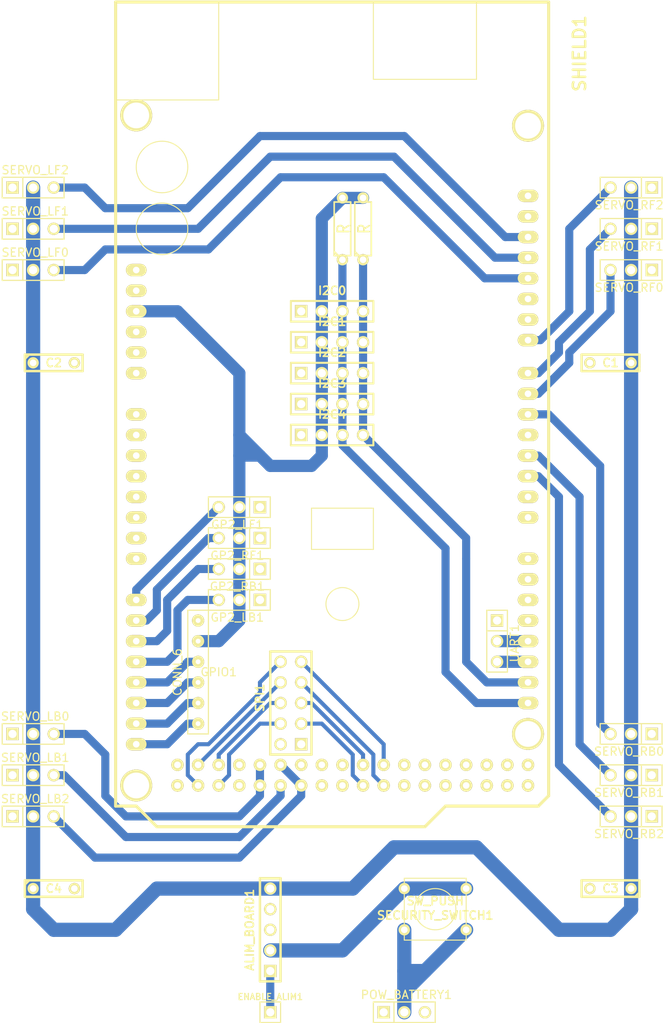
<source format=kicad_pcb>
(kicad_pcb (version 3) (host pcbnew "(2013-june-11)-stable")

  (general
    (links 117)
    (no_connects 40)
    (area 160.02 64.786934 281.940001 201.930001)
    (thickness 1.6)
    (drawings 0)
    (tracks 202)
    (zones 0)
    (modules 35)
    (nets 39)
  )

  (page A3)
  (layers
    (15 F.Cu signal)
    (0 B.Cu signal)
    (16 B.Adhes user)
    (17 F.Adhes user)
    (18 B.Paste user)
    (19 F.Paste user)
    (20 B.SilkS user)
    (21 F.SilkS user)
    (22 B.Mask user)
    (23 F.Mask user)
    (24 Dwgs.User user)
    (25 Cmts.User user)
    (26 Eco1.User user)
    (27 Eco2.User user)
    (28 Edge.Cuts user)
  )

  (setup
    (last_trace_width 1)
    (user_trace_width 0.5)
    (user_trace_width 0.75)
    (user_trace_width 1)
    (user_trace_width 1.25)
    (user_trace_width 1.5)
    (user_trace_width 1.75)
    (trace_clearance 0.254)
    (zone_clearance 0.508)
    (zone_45_only no)
    (trace_min 0.254)
    (segment_width 0.2)
    (edge_width 0.15)
    (via_size 0.889)
    (via_drill 0.635)
    (via_min_size 0.889)
    (via_min_drill 0.508)
    (uvia_size 0.508)
    (uvia_drill 0.127)
    (uvias_allowed no)
    (uvia_min_size 0.508)
    (uvia_min_drill 0.127)
    (pcb_text_width 0.3)
    (pcb_text_size 1.5 1.5)
    (mod_edge_width 0.15)
    (mod_text_size 1.5 1.5)
    (mod_text_width 0.15)
    (pad_size 1.524 1.524)
    (pad_drill 0.762)
    (pad_to_mask_clearance 0.2)
    (aux_axis_origin 0 0)
    (visible_elements FFFFFFBF)
    (pcbplotparams
      (layerselection 3178497)
      (usegerberextensions true)
      (excludeedgelayer true)
      (linewidth 0.100000)
      (plotframeref false)
      (viasonmask false)
      (mode 1)
      (useauxorigin false)
      (hpglpennumber 1)
      (hpglpenspeed 20)
      (hpglpendiameter 15)
      (hpglpenoverlay 2)
      (psnegative false)
      (psa4output false)
      (plotreference true)
      (plotvalue true)
      (plotothertext true)
      (plotinvisibletext false)
      (padsonsilk false)
      (subtractmaskfromsilk false)
      (outputformat 1)
      (mirror false)
      (drillshape 1)
      (scaleselection 1)
      (outputdirectory ""))
  )

  (net 0 "")
  (net 1 /ALIM/BAT)
  (net 2 /ALIM/EN)
  (net 3 /ALIM/GND)
  (net 4 /ALIM/POW_5V)
  (net 5 /ARDUINO/GP2_LB)
  (net 6 /ARDUINO/GP2_LF)
  (net 7 /ARDUINO/GP2_RB)
  (net 8 /ARDUINO/GP2_RF)
  (net 9 /ARDUINO/LOG_5V)
  (net 10 /ARDUINO/MISO)
  (net 11 /ARDUINO/MOSI)
  (net 12 /ARDUINO/RX)
  (net 13 /ARDUINO/SCK)
  (net 14 /ARDUINO/SCL)
  (net 15 /ARDUINO/SDA)
  (net 16 /ARDUINO/SS)
  (net 17 /ARDUINO/SS1)
  (net 18 /ARDUINO/SS2)
  (net 19 /ARDUINO/SS3)
  (net 20 /ARDUINO/SS4)
  (net 21 /ARDUINO/TX)
  (net 22 /GPIO/GPIO0)
  (net 23 /GPIO/GPIO1)
  (net 24 /GPIO/GPIO2)
  (net 25 /GPIO/GPIO3)
  (net 26 /LEG_LB/PWM0)
  (net 27 /LEG_LB/PWM1)
  (net 28 /LEG_LB/PWM2)
  (net 29 /LEG_LF/PWM0)
  (net 30 /LEG_LF/PWM1)
  (net 31 /LEG_LF/PWM2)
  (net 32 /LEG_RB/PWM0)
  (net 33 /LEG_RB/PWM1)
  (net 34 /LEG_RB/PWM2)
  (net 35 /LEG_RF/PWM0)
  (net 36 /LEG_RF/PWM1)
  (net 37 /LEG_RF/PWM2)
  (net 38 N-0000079)

  (net_class Default "Ceci est la Netclass par défaut"
    (clearance 0.254)
    (trace_width 0.254)
    (via_dia 0.889)
    (via_drill 0.635)
    (uvia_dia 0.508)
    (uvia_drill 0.127)
    (add_net "")
    (add_net /ALIM/BAT)
    (add_net /ALIM/EN)
    (add_net /ALIM/GND)
    (add_net /ALIM/POW_5V)
    (add_net /ARDUINO/GP2_LB)
    (add_net /ARDUINO/GP2_LF)
    (add_net /ARDUINO/GP2_RB)
    (add_net /ARDUINO/GP2_RF)
    (add_net /ARDUINO/LOG_5V)
    (add_net /ARDUINO/MISO)
    (add_net /ARDUINO/MOSI)
    (add_net /ARDUINO/RX)
    (add_net /ARDUINO/SCK)
    (add_net /ARDUINO/SCL)
    (add_net /ARDUINO/SDA)
    (add_net /ARDUINO/SS)
    (add_net /ARDUINO/SS1)
    (add_net /ARDUINO/SS2)
    (add_net /ARDUINO/SS3)
    (add_net /ARDUINO/SS4)
    (add_net /ARDUINO/TX)
    (add_net /GPIO/GPIO0)
    (add_net /GPIO/GPIO1)
    (add_net /GPIO/GPIO2)
    (add_net /GPIO/GPIO3)
    (add_net /LEG_LB/PWM0)
    (add_net /LEG_LB/PWM1)
    (add_net /LEG_LB/PWM2)
    (add_net /LEG_LF/PWM0)
    (add_net /LEG_LF/PWM1)
    (add_net /LEG_LF/PWM2)
    (add_net /LEG_RB/PWM0)
    (add_net /LEG_RB/PWM1)
    (add_net /LEG_RB/PWM2)
    (add_net /LEG_RF/PWM0)
    (add_net /LEG_RF/PWM1)
    (add_net /LEG_RF/PWM2)
    (add_net N-0000079)
  )

  (module ARDUINO_MEGA_SHIELD (layer F.Cu) (tedit 4D35330D) (tstamp 54F1EAF7)
    (at 195.58 67.31 270)
    (path /54F15956/54F159EE)
    (fp_text reference SHIELD1 (at 6.35 -57.15 270) (layer F.SilkS)
      (effects (font (size 1.524 1.524) (thickness 0.3048)))
    )
    (fp_text value ARDUINO_MEGA_SHIELD (at 13.97 -54.61 270) (layer F.SilkS) hide
      (effects (font (size 1.524 1.524) (thickness 0.3048)))
    )
    (fp_circle (center 27.94 -5.715) (end 31.115 -5.715) (layer F.SilkS) (width 0.127))
    (fp_circle (center 20.32 -5.715) (end 23.495 -5.715) (layer F.SilkS) (width 0.127))
    (fp_line (start 0 -12.7) (end 12.065 -12.7) (layer F.SilkS) (width 0.127))
    (fp_line (start 12.065 -12.7) (end 12.065 0) (layer F.SilkS) (width 0.127))
    (fp_line (start 0 -44.45) (end 9.525 -44.45) (layer F.SilkS) (width 0.127))
    (fp_line (start 9.525 -44.45) (end 9.525 -31.75) (layer F.SilkS) (width 0.127))
    (fp_line (start 9.525 -31.75) (end 0 -31.75) (layer F.SilkS) (width 0.127))
    (fp_line (start 62.357 -31.75) (end 62.357 -24.13) (layer F.SilkS) (width 0.127))
    (fp_line (start 62.357 -24.13) (end 67.437 -24.13) (layer F.SilkS) (width 0.127))
    (fp_line (start 67.437 -24.13) (end 67.437 -31.75) (layer F.SilkS) (width 0.127))
    (fp_line (start 67.437 -31.75) (end 62.357 -31.75) (layer F.SilkS) (width 0.127))
    (fp_circle (center 74.168 -27.94) (end 76.2 -27.94) (layer F.SilkS) (width 0.127))
    (fp_line (start 99.06 0) (end 0 0) (layer F.SilkS) (width 0.381))
    (fp_line (start 97.79 -53.34) (end 0 -53.34) (layer F.SilkS) (width 0.381))
    (fp_line (start 99.06 -40.64) (end 99.06 -52.07) (layer F.SilkS) (width 0.381))
    (fp_line (start 99.06 -52.07) (end 97.79 -53.34) (layer F.SilkS) (width 0.381))
    (fp_line (start 0 0) (end 0 -53.34) (layer F.SilkS) (width 0.381))
    (fp_line (start 99.06 -40.64) (end 101.6 -38.1) (layer F.SilkS) (width 0.381))
    (fp_line (start 101.6 -38.1) (end 101.6 -5.08) (layer F.SilkS) (width 0.381))
    (fp_line (start 101.6 -5.08) (end 99.06 -2.54) (layer F.SilkS) (width 0.381))
    (fp_line (start 99.06 -2.54) (end 99.06 0) (layer F.SilkS) (width 0.381))
    (pad 14 thru_hole oval (at 68.58 -50.8) (size 2.54 1.524) (drill 0.8128)
      (layers *.Cu *.Mask F.SilkS)
    )
    (pad 15 thru_hole oval (at 71.12 -50.8) (size 2.54 1.524) (drill 0.8128)
      (layers *.Cu *.Mask F.SilkS)
    )
    (pad 16 thru_hole oval (at 73.66 -50.8) (size 2.54 1.524) (drill 0.8128)
      (layers *.Cu *.Mask F.SilkS)
    )
    (pad 17 thru_hole oval (at 76.2 -50.8) (size 2.54 1.524) (drill 0.8128)
      (layers *.Cu *.Mask F.SilkS)
    )
    (pad 18 thru_hole oval (at 78.74 -50.8) (size 2.54 1.524) (drill 0.8128)
      (layers *.Cu *.Mask F.SilkS)
      (net 21 /ARDUINO/TX)
    )
    (pad 19 thru_hole oval (at 81.28 -50.8) (size 2.54 1.524) (drill 0.8128)
      (layers *.Cu *.Mask F.SilkS)
      (net 12 /ARDUINO/RX)
    )
    (pad 20 thru_hole oval (at 83.82 -50.8) (size 2.54 1.524) (drill 0.8128)
      (layers *.Cu *.Mask F.SilkS)
      (net 15 /ARDUINO/SDA)
    )
    (pad 21 thru_hole oval (at 86.36 -50.8) (size 2.54 1.524) (drill 0.8128)
      (layers *.Cu *.Mask F.SilkS)
      (net 14 /ARDUINO/SCL)
    )
    (pad AD15 thru_hole oval (at 91.44 -2.54) (size 2.54 1.524) (drill 0.8128)
      (layers *.Cu *.Mask F.SilkS)
      (net 25 /GPIO/GPIO3)
    )
    (pad AD14 thru_hole oval (at 88.9 -2.54) (size 2.54 1.524) (drill 0.8128)
      (layers *.Cu *.Mask F.SilkS)
      (net 24 /GPIO/GPIO2)
    )
    (pad AD13 thru_hole oval (at 86.36 -2.54) (size 2.54 1.524) (drill 0.8128)
      (layers *.Cu *.Mask F.SilkS)
      (net 23 /GPIO/GPIO1)
    )
    (pad AD12 thru_hole oval (at 83.82 -2.54) (size 2.54 1.524) (drill 0.8128)
      (layers *.Cu *.Mask F.SilkS)
      (net 22 /GPIO/GPIO0)
    )
    (pad AD8 thru_hole oval (at 73.66 -2.54) (size 2.54 1.524) (drill 0.8128)
      (layers *.Cu *.Mask F.SilkS)
      (net 6 /ARDUINO/GP2_LF)
    )
    (pad AD7 thru_hole oval (at 68.58 -2.54) (size 2.54 1.524) (drill 0.8128)
      (layers *.Cu *.Mask F.SilkS)
    )
    (pad AD6 thru_hole oval (at 66.04 -2.54) (size 2.54 1.524) (drill 0.8128)
      (layers *.Cu *.Mask F.SilkS)
    )
    (pad AD9 thru_hole oval (at 76.2 -2.54) (size 2.54 1.524) (drill 0.8128)
      (layers *.Cu *.Mask F.SilkS)
      (net 8 /ARDUINO/GP2_RF)
    )
    (pad AD10 thru_hole oval (at 78.74 -2.54) (size 2.54 1.524) (drill 0.8128)
      (layers *.Cu *.Mask F.SilkS)
      (net 7 /ARDUINO/GP2_RB)
    )
    (pad AD11 thru_hole oval (at 81.28 -2.54) (size 2.54 1.524) (drill 0.8128)
      (layers *.Cu *.Mask F.SilkS)
      (net 5 /ARDUINO/GP2_LB)
    )
    (pad AD5 thru_hole oval (at 63.5 -2.54) (size 2.54 1.524) (drill 0.8128)
      (layers *.Cu *.Mask F.SilkS)
    )
    (pad AD4 thru_hole oval (at 60.96 -2.54) (size 2.54 1.524) (drill 0.8128)
      (layers *.Cu *.Mask F.SilkS)
    )
    (pad AD3 thru_hole oval (at 58.42 -2.54) (size 2.54 1.524) (drill 0.8128)
      (layers *.Cu *.Mask F.SilkS)
    )
    (pad AD0 thru_hole oval (at 50.8 -2.54) (size 2.54 1.524) (drill 0.8128)
      (layers *.Cu *.Mask F.SilkS)
    )
    (pad AD1 thru_hole oval (at 53.34 -2.54) (size 2.54 1.524) (drill 0.8128)
      (layers *.Cu *.Mask F.SilkS)
    )
    (pad AD2 thru_hole oval (at 55.88 -2.54) (size 2.54 1.524) (drill 0.8128)
      (layers *.Cu *.Mask F.SilkS)
    )
    (pad V_IN thru_hole oval (at 45.72 -2.54) (size 2.54 1.524) (drill 0.8128)
      (layers *.Cu *.Mask F.SilkS)
    )
    (pad GND2 thru_hole oval (at 43.18 -2.54) (size 2.54 1.524) (drill 0.8128)
      (layers *.Cu *.Mask F.SilkS)
      (net 3 /ALIM/GND)
    )
    (pad GND1 thru_hole oval (at 40.64 -2.54) (size 2.54 1.524) (drill 0.8128)
      (layers *.Cu *.Mask F.SilkS)
      (net 3 /ALIM/GND)
    )
    (pad 3V3 thru_hole oval (at 35.56 -2.54) (size 2.54 1.524) (drill 0.8128)
      (layers *.Cu *.Mask F.SilkS)
    )
    (pad RST thru_hole oval (at 33.02 -2.54) (size 2.54 1.524) (drill 0.8128)
      (layers *.Cu *.Mask F.SilkS)
    )
    (pad 0 thru_hole oval (at 63.5 -50.8) (size 2.54 1.524) (drill 0.8128)
      (layers *.Cu *.Mask F.SilkS)
    )
    (pad 1 thru_hole oval (at 60.96 -50.8) (size 2.54 1.524) (drill 0.8128)
      (layers *.Cu *.Mask F.SilkS)
    )
    (pad 2 thru_hole oval (at 58.42 -50.8) (size 2.54 1.524) (drill 0.8128)
      (layers *.Cu *.Mask F.SilkS)
      (net 34 /LEG_RB/PWM2)
    )
    (pad 3 thru_hole oval (at 55.88 -50.8) (size 2.54 1.524) (drill 0.8128)
      (layers *.Cu *.Mask F.SilkS)
      (net 33 /LEG_RB/PWM1)
    )
    (pad 4 thru_hole oval (at 53.34 -50.8) (size 2.54 1.524) (drill 0.8128)
      (layers *.Cu *.Mask F.SilkS)
    )
    (pad 5 thru_hole oval (at 50.8 -50.8) (size 2.54 1.524) (drill 0.8128)
      (layers *.Cu *.Mask F.SilkS)
      (net 32 /LEG_RB/PWM0)
    )
    (pad 6 thru_hole oval (at 48.26 -50.8) (size 2.54 1.524) (drill 0.8128)
      (layers *.Cu *.Mask F.SilkS)
      (net 35 /LEG_RF/PWM0)
    )
    (pad 7 thru_hole oval (at 45.72 -50.8) (size 2.54 1.524) (drill 0.8128)
      (layers *.Cu *.Mask F.SilkS)
      (net 36 /LEG_RF/PWM1)
    )
    (pad 8 thru_hole oval (at 41.656 -50.8) (size 2.54 1.524) (drill 0.8128)
      (layers *.Cu *.Mask F.SilkS)
      (net 37 /LEG_RF/PWM2)
    )
    (pad 9 thru_hole oval (at 39.116 -50.8) (size 2.54 1.524) (drill 0.8128)
      (layers *.Cu *.Mask F.SilkS)
    )
    (pad 10 thru_hole oval (at 36.576 -50.8) (size 2.54 1.524) (drill 0.8128)
      (layers *.Cu *.Mask F.SilkS)
    )
    (pad 11 thru_hole oval (at 34.036 -50.8) (size 2.54 1.524) (drill 0.8128)
      (layers *.Cu *.Mask F.SilkS)
      (net 29 /LEG_LF/PWM0)
    )
    (pad 12 thru_hole oval (at 31.496 -50.8) (size 2.54 1.524) (drill 0.8128)
      (layers *.Cu *.Mask F.SilkS)
      (net 30 /LEG_LF/PWM1)
    )
    (pad 13 thru_hole oval (at 28.956 -50.8) (size 2.54 1.524) (drill 0.8128)
      (layers *.Cu *.Mask F.SilkS)
      (net 31 /LEG_LF/PWM2)
    )
    (pad GND3 thru_hole oval (at 26.416 -50.8) (size 2.54 1.524) (drill 0.8128)
      (layers *.Cu *.Mask F.SilkS)
      (net 3 /ALIM/GND)
    )
    (pad AREF thru_hole oval (at 23.876 -50.8) (size 2.54 1.524) (drill 0.8128)
      (layers *.Cu *.Mask F.SilkS)
    )
    (pad 5V thru_hole oval (at 38.1 -2.54) (size 2.54 1.524) (drill 0.8128)
      (layers *.Cu *.Mask F.SilkS)
      (net 9 /ARDUINO/LOG_5V)
    )
    (pad GND1 thru_hole circle (at 96.52 -2.54) (size 3.937 3.937) (drill 3.175)
      (layers *.Cu *.Mask F.SilkS)
      (net 3 /ALIM/GND)
    )
    (pad GND1 thru_hole circle (at 90.17 -50.8) (size 3.937 3.937) (drill 3.175)
      (layers *.Cu *.Mask F.SilkS)
      (net 3 /ALIM/GND)
    )
    (pad GND1 thru_hole circle (at 15.24 -50.8) (size 3.937 3.937) (drill 3.175)
      (layers *.Cu *.Mask F.SilkS)
      (net 3 /ALIM/GND)
    )
    (pad GND1 thru_hole circle (at 13.97 -2.54) (size 3.937 3.937) (drill 3.175)
      (layers *.Cu *.Mask F.SilkS)
      (net 3 /ALIM/GND)
    )
    (pad 22 thru_hole circle (at 93.98 -48.26 270) (size 1.524 1.524) (drill 0.8128)
      (layers *.Cu *.Mask F.SilkS)
    )
    (pad 23 thru_hole circle (at 96.52 -48.26 270) (size 1.524 1.524) (drill 0.8128)
      (layers *.Cu *.Mask F.SilkS)
    )
    (pad 24 thru_hole circle (at 93.98 -45.72 270) (size 1.524 1.524) (drill 0.8128)
      (layers *.Cu *.Mask F.SilkS)
    )
    (pad 25 thru_hole circle (at 96.52 -45.72 270) (size 1.524 1.524) (drill 0.8128)
      (layers *.Cu *.Mask F.SilkS)
    )
    (pad 26 thru_hole circle (at 93.98 -43.18 270) (size 1.524 1.524) (drill 0.8128)
      (layers *.Cu *.Mask F.SilkS)
    )
    (pad 27 thru_hole circle (at 96.52 -43.18 270) (size 1.524 1.524) (drill 0.8128)
      (layers *.Cu *.Mask F.SilkS)
    )
    (pad 28 thru_hole circle (at 93.98 -40.64 270) (size 1.524 1.524) (drill 0.8128)
      (layers *.Cu *.Mask F.SilkS)
    )
    (pad 29 thru_hole circle (at 96.52 -40.64 270) (size 1.524 1.524) (drill 0.8128)
      (layers *.Cu *.Mask F.SilkS)
    )
    (pad 5V_4 thru_hole circle (at 93.98 -50.8 270) (size 1.524 1.524) (drill 0.8128)
      (layers *.Cu *.Mask F.SilkS)
    )
    (pad 5V_5 thru_hole circle (at 96.52 -50.8 270) (size 1.524 1.524) (drill 0.8128)
      (layers *.Cu *.Mask F.SilkS)
    )
    (pad 31 thru_hole circle (at 96.52 -38.1 270) (size 1.524 1.524) (drill 0.8128)
      (layers *.Cu *.Mask F.SilkS)
    )
    (pad 30 thru_hole circle (at 93.98 -38.1 270) (size 1.524 1.524) (drill 0.8128)
      (layers *.Cu *.Mask F.SilkS)
    )
    (pad 32 thru_hole circle (at 93.98 -35.56 270) (size 1.524 1.524) (drill 0.8128)
      (layers *.Cu *.Mask F.SilkS)
    )
    (pad 33 thru_hole circle (at 96.52 -35.56 270) (size 1.524 1.524) (drill 0.8128)
      (layers *.Cu *.Mask F.SilkS)
    )
    (pad 34 thru_hole circle (at 93.98 -33.02 270) (size 1.524 1.524) (drill 0.8128)
      (layers *.Cu *.Mask F.SilkS)
      (net 20 /ARDUINO/SS4)
    )
    (pad 35 thru_hole circle (at 96.52 -33.02 270) (size 1.524 1.524) (drill 0.8128)
      (layers *.Cu *.Mask F.SilkS)
      (net 19 /ARDUINO/SS3)
    )
    (pad 36 thru_hole circle (at 93.98 -30.48 270) (size 1.524 1.524) (drill 0.8128)
      (layers *.Cu *.Mask F.SilkS)
      (net 18 /ARDUINO/SS2)
    )
    (pad 37 thru_hole circle (at 96.52 -30.48 270) (size 1.524 1.524) (drill 0.8128)
      (layers *.Cu *.Mask F.SilkS)
      (net 17 /ARDUINO/SS1)
    )
    (pad 38 thru_hole circle (at 93.98 -27.94 270) (size 1.524 1.524) (drill 0.8128)
      (layers *.Cu *.Mask F.SilkS)
    )
    (pad 39 thru_hole circle (at 96.52 -27.94 270) (size 1.524 1.524) (drill 0.8128)
      (layers *.Cu *.Mask F.SilkS)
    )
    (pad 40 thru_hole circle (at 93.98 -25.4 270) (size 1.524 1.524) (drill 0.8128)
      (layers *.Cu *.Mask F.SilkS)
    )
    (pad 41 thru_hole circle (at 96.52 -25.4 270) (size 1.524 1.524) (drill 0.8128)
      (layers *.Cu *.Mask F.SilkS)
    )
    (pad 42 thru_hole circle (at 93.98 -22.86 270) (size 1.524 1.524) (drill 0.8128)
      (layers *.Cu *.Mask F.SilkS)
    )
    (pad 43 thru_hole circle (at 96.52 -22.86 270) (size 1.524 1.524) (drill 0.8128)
      (layers *.Cu *.Mask F.SilkS)
      (net 28 /LEG_LB/PWM2)
    )
    (pad 44 thru_hole circle (at 93.98 -20.32 270) (size 1.524 1.524) (drill 0.8128)
      (layers *.Cu *.Mask F.SilkS)
      (net 28 /LEG_LB/PWM2)
    )
    (pad 45 thru_hole circle (at 96.52 -20.32 270) (size 1.524 1.524) (drill 0.8128)
      (layers *.Cu *.Mask F.SilkS)
      (net 27 /LEG_LB/PWM1)
    )
    (pad 46 thru_hole circle (at 93.98 -17.78 270) (size 1.524 1.524) (drill 0.8128)
      (layers *.Cu *.Mask F.SilkS)
      (net 26 /LEG_LB/PWM0)
    )
    (pad 47 thru_hole circle (at 96.52 -17.78 270) (size 1.524 1.524) (drill 0.8128)
      (layers *.Cu *.Mask F.SilkS)
      (net 26 /LEG_LB/PWM0)
    )
    (pad 48 thru_hole circle (at 93.98 -15.24 270) (size 1.524 1.524) (drill 0.8128)
      (layers *.Cu *.Mask F.SilkS)
    )
    (pad 49 thru_hole circle (at 96.52 -15.24 270) (size 1.524 1.524) (drill 0.8128)
      (layers *.Cu *.Mask F.SilkS)
    )
    (pad 50 thru_hole circle (at 93.98 -12.7 270) (size 1.524 1.524) (drill 0.8128)
      (layers *.Cu *.Mask F.SilkS)
      (net 10 /ARDUINO/MISO)
    )
    (pad 51 thru_hole circle (at 96.52 -12.7 270) (size 1.524 1.524) (drill 0.8128)
      (layers *.Cu *.Mask F.SilkS)
      (net 11 /ARDUINO/MOSI)
    )
    (pad 52 thru_hole circle (at 93.98 -10.16 270) (size 1.524 1.524) (drill 0.8128)
      (layers *.Cu *.Mask F.SilkS)
      (net 13 /ARDUINO/SCK)
    )
    (pad 53 thru_hole circle (at 96.52 -10.16 270) (size 1.524 1.524) (drill 0.8128)
      (layers *.Cu *.Mask F.SilkS)
      (net 16 /ARDUINO/SS)
    )
    (pad GND4 thru_hole circle (at 93.98 -7.62 270) (size 1.524 1.524) (drill 0.8128)
      (layers *.Cu *.Mask F.SilkS)
      (net 3 /ALIM/GND)
    )
    (pad GND5 thru_hole circle (at 96.52 -7.62 270) (size 1.524 1.524) (drill 0.8128)
      (layers *.Cu *.Mask F.SilkS)
      (net 3 /ALIM/GND)
    )
    (model packages3d\nick\ArduinoMegaShield.wrl
      (at (xyz 0 0 0))
      (scale (xyz 1 1 1))
      (rotate (xyz 0 0 0))
    )
  )

  (module SW_PUSH_SMALL (layer F.Cu) (tedit 46544DB3) (tstamp 54F1C154)
    (at 234.95 179.07 180)
    (path /54F28CEC/54F28DC0)
    (fp_text reference SECURITY_SWITCH1 (at 0 -0.762 180) (layer F.SilkS)
      (effects (font (size 1.016 1.016) (thickness 0.2032)))
    )
    (fp_text value SW_PUSH (at 0 1.016 180) (layer F.SilkS)
      (effects (font (size 1.016 1.016) (thickness 0.2032)))
    )
    (fp_circle (center 0 0) (end 0 -2.54) (layer F.SilkS) (width 0.127))
    (fp_line (start -3.81 -3.81) (end 3.81 -3.81) (layer F.SilkS) (width 0.127))
    (fp_line (start 3.81 -3.81) (end 3.81 3.81) (layer F.SilkS) (width 0.127))
    (fp_line (start 3.81 3.81) (end -3.81 3.81) (layer F.SilkS) (width 0.127))
    (fp_line (start -3.81 -3.81) (end -3.81 3.81) (layer F.SilkS) (width 0.127))
    (pad 1 thru_hole circle (at 3.81 -2.54 180) (size 1.397 1.397) (drill 0.8128)
      (layers *.Cu *.Mask F.SilkS)
      (net 38 N-0000079)
    )
    (pad 2 thru_hole circle (at 3.81 2.54 180) (size 1.397 1.397) (drill 0.8128)
      (layers *.Cu *.Mask F.SilkS)
      (net 1 /ALIM/BAT)
    )
    (pad 1 thru_hole circle (at -3.81 -2.54 180) (size 1.397 1.397) (drill 0.8128)
      (layers *.Cu *.Mask F.SilkS)
      (net 38 N-0000079)
    )
    (pad 2 thru_hole circle (at -3.81 2.54 180) (size 1.397 1.397) (drill 0.8128)
      (layers *.Cu *.Mask F.SilkS)
      (net 1 /ALIM/BAT)
    )
  )

  (module R3 (layer F.Cu) (tedit 4E4C0E65) (tstamp 54F1CE0E)
    (at 223.52 95.25 90)
    (descr "Resitance 3 pas")
    (tags R)
    (path /54F0DD5E/54F0E4EF)
    (autoplace_cost180 10)
    (fp_text reference R_SCL1 (at 0 0.127 90) (layer F.SilkS) hide
      (effects (font (size 1.397 1.27) (thickness 0.2032)))
    )
    (fp_text value R (at 0 0.127 90) (layer F.SilkS)
      (effects (font (size 1.397 1.27) (thickness 0.2032)))
    )
    (fp_line (start -3.81 0) (end -3.302 0) (layer F.SilkS) (width 0.2032))
    (fp_line (start 3.81 0) (end 3.302 0) (layer F.SilkS) (width 0.2032))
    (fp_line (start 3.302 0) (end 3.302 -1.016) (layer F.SilkS) (width 0.2032))
    (fp_line (start 3.302 -1.016) (end -3.302 -1.016) (layer F.SilkS) (width 0.2032))
    (fp_line (start -3.302 -1.016) (end -3.302 1.016) (layer F.SilkS) (width 0.2032))
    (fp_line (start -3.302 1.016) (end 3.302 1.016) (layer F.SilkS) (width 0.2032))
    (fp_line (start 3.302 1.016) (end 3.302 0) (layer F.SilkS) (width 0.2032))
    (fp_line (start -3.302 -0.508) (end -2.794 -1.016) (layer F.SilkS) (width 0.2032))
    (pad 1 thru_hole circle (at -3.81 0 90) (size 1.397 1.397) (drill 0.8128)
      (layers *.Cu *.Mask F.SilkS)
      (net 14 /ARDUINO/SCL)
    )
    (pad 2 thru_hole circle (at 3.81 0 90) (size 1.397 1.397) (drill 0.8128)
      (layers *.Cu *.Mask F.SilkS)
      (net 9 /ARDUINO/LOG_5V)
    )
    (model discret/resistor.wrl
      (at (xyz 0 0 0))
      (scale (xyz 0.3 0.3 0.3))
      (rotate (xyz 0 0 0))
    )
  )

  (module R3 (layer F.Cu) (tedit 4E4C0E65) (tstamp 54F1CE1D)
    (at 226.06 95.25 90)
    (descr "Resitance 3 pas")
    (tags R)
    (path /54F0DD5E/54F0E4E0)
    (autoplace_cost180 10)
    (fp_text reference R_SDA1 (at 0 0.127 90) (layer F.SilkS) hide
      (effects (font (size 1.397 1.27) (thickness 0.2032)))
    )
    (fp_text value R (at 0 0.127 90) (layer F.SilkS)
      (effects (font (size 1.397 1.27) (thickness 0.2032)))
    )
    (fp_line (start -3.81 0) (end -3.302 0) (layer F.SilkS) (width 0.2032))
    (fp_line (start 3.81 0) (end 3.302 0) (layer F.SilkS) (width 0.2032))
    (fp_line (start 3.302 0) (end 3.302 -1.016) (layer F.SilkS) (width 0.2032))
    (fp_line (start 3.302 -1.016) (end -3.302 -1.016) (layer F.SilkS) (width 0.2032))
    (fp_line (start -3.302 -1.016) (end -3.302 1.016) (layer F.SilkS) (width 0.2032))
    (fp_line (start -3.302 1.016) (end 3.302 1.016) (layer F.SilkS) (width 0.2032))
    (fp_line (start 3.302 1.016) (end 3.302 0) (layer F.SilkS) (width 0.2032))
    (fp_line (start -3.302 -0.508) (end -2.794 -1.016) (layer F.SilkS) (width 0.2032))
    (pad 1 thru_hole circle (at -3.81 0 90) (size 1.397 1.397) (drill 0.8128)
      (layers *.Cu *.Mask F.SilkS)
      (net 15 /ARDUINO/SDA)
    )
    (pad 2 thru_hole circle (at 3.81 0 90) (size 1.397 1.397) (drill 0.8128)
      (layers *.Cu *.Mask F.SilkS)
      (net 9 /ARDUINO/LOG_5V)
    )
    (model discret/resistor.wrl
      (at (xyz 0 0 0))
      (scale (xyz 0.3 0.3 0.3))
      (rotate (xyz 0 0 0))
    )
  )

  (module PIN_ARRAY_6x1 (layer F.Cu) (tedit 54F1B486) (tstamp 54F1E8C8)
    (at 205.74 149.86 270)
    (path /54F37BC1/54F37CAA)
    (fp_text reference GPIO1 (at 0 -2.54 360) (layer F.SilkS)
      (effects (font (size 1 1) (thickness 0.15)))
    )
    (fp_text value CONN_6 (at 0 2.54 270) (layer F.SilkS)
      (effects (font (size 1 1) (thickness 0.15)))
    )
    (fp_line (start -7.62 1.27) (end -7.62 -1.27) (layer F.SilkS) (width 0.15))
    (fp_line (start -7.62 -1.27) (end 7.62 -1.27) (layer F.SilkS) (width 0.15))
    (fp_line (start 7.62 -1.27) (end 7.62 1.27) (layer F.SilkS) (width 0.15))
    (fp_line (start 7.62 1.27) (end -7.62 1.27) (layer F.SilkS) (width 0.15))
    (pad 1 thru_hole circle (at -6.35 0 270) (size 1.5 1.5) (drill 0.6)
      (layers *.Cu *.Mask F.SilkS)
      (net 3 /ALIM/GND)
    )
    (pad 2 thru_hole circle (at -3.81 0 270) (size 1.5 1.5) (drill 0.6)
      (layers *.Cu *.Mask F.SilkS)
      (net 9 /ARDUINO/LOG_5V)
    )
    (pad 3 thru_hole circle (at -1.27 0 270) (size 1.5 1.5) (drill 0.6)
      (layers *.Cu *.Mask F.SilkS)
      (net 22 /GPIO/GPIO0)
    )
    (pad 4 thru_hole circle (at 1.27 0 270) (size 1.5 1.5) (drill 0.6)
      (layers *.Cu *.Mask F.SilkS)
      (net 23 /GPIO/GPIO1)
    )
    (pad 5 thru_hole circle (at 3.81 0 270) (size 1.5 1.5) (drill 0.6)
      (layers *.Cu *.Mask F.SilkS)
      (net 24 /GPIO/GPIO2)
    )
    (pad 6 thru_hole circle (at 6.35 0 270) (size 1.5 1.5) (drill 0.6)
      (layers *.Cu *.Mask F.SilkS)
      (net 25 /GPIO/GPIO3)
    )
  )

  (module PIN_ARRAY_5x2 (layer F.Cu) (tedit 3FCF2109) (tstamp 54F1E8DA)
    (at 217.17 153.67 90)
    (descr "Double rangee de contacts 2 x 5 pins")
    (tags CONN)
    (path /54F2F30B/54F2F47D)
    (fp_text reference SPI1 (at 0.635 -3.81 90) (layer F.SilkS)
      (effects (font (size 1.016 1.016) (thickness 0.2032)))
    )
    (fp_text value CONN_5X2 (at 0 -3.81 90) (layer F.SilkS) hide
      (effects (font (size 1.016 1.016) (thickness 0.2032)))
    )
    (fp_line (start -6.35 -2.54) (end 6.35 -2.54) (layer F.SilkS) (width 0.3048))
    (fp_line (start 6.35 -2.54) (end 6.35 2.54) (layer F.SilkS) (width 0.3048))
    (fp_line (start 6.35 2.54) (end -6.35 2.54) (layer F.SilkS) (width 0.3048))
    (fp_line (start -6.35 2.54) (end -6.35 -2.54) (layer F.SilkS) (width 0.3048))
    (pad 1 thru_hole rect (at -5.08 1.27 90) (size 1.524 1.524) (drill 1.016)
      (layers *.Cu *.Mask F.SilkS)
      (net 3 /ALIM/GND)
    )
    (pad 2 thru_hole circle (at -5.08 -1.27 90) (size 1.524 1.524) (drill 1.016)
      (layers *.Cu *.Mask F.SilkS)
      (net 3 /ALIM/GND)
    )
    (pad 3 thru_hole circle (at -2.54 1.27 90) (size 1.524 1.524) (drill 1.016)
      (layers *.Cu *.Mask F.SilkS)
      (net 17 /ARDUINO/SS1)
    )
    (pad 4 thru_hole circle (at -2.54 -1.27 90) (size 1.524 1.524) (drill 1.016)
      (layers *.Cu *.Mask F.SilkS)
      (net 11 /ARDUINO/MOSI)
    )
    (pad 5 thru_hole circle (at 0 1.27 90) (size 1.524 1.524) (drill 1.016)
      (layers *.Cu *.Mask F.SilkS)
      (net 18 /ARDUINO/SS2)
    )
    (pad 6 thru_hole circle (at 0 -1.27 90) (size 1.524 1.524) (drill 1.016)
      (layers *.Cu *.Mask F.SilkS)
      (net 10 /ARDUINO/MISO)
    )
    (pad 7 thru_hole circle (at 2.54 1.27 90) (size 1.524 1.524) (drill 1.016)
      (layers *.Cu *.Mask F.SilkS)
      (net 19 /ARDUINO/SS3)
    )
    (pad 8 thru_hole circle (at 2.54 -1.27 90) (size 1.524 1.524) (drill 1.016)
      (layers *.Cu *.Mask F.SilkS)
      (net 13 /ARDUINO/SCK)
    )
    (pad 9 thru_hole circle (at 5.08 1.27 90) (size 1.524 1.524) (drill 1.016)
      (layers *.Cu *.Mask F.SilkS)
      (net 20 /ARDUINO/SS4)
    )
    (pad 10 thru_hole circle (at 5.08 -1.27 90) (size 1.524 1.524) (drill 1.016)
      (layers *.Cu *.Mask F.SilkS)
      (net 16 /ARDUINO/SS)
    )
    (model pin_array/pins_array_5x2.wrl
      (at (xyz 0 0 0))
      (scale (xyz 1 1 1))
      (rotate (xyz 0 0 0))
    )
  )

  (module PIN_ARRAY_5x1 (layer F.Cu) (tedit 45976D86) (tstamp 54F1E8E7)
    (at 214.63 181.61 90)
    (descr "Double rangee de contacts 2 x 5 pins")
    (tags CONN)
    (path /54F28CEC/54F28D93)
    (fp_text reference ALIM_BOARD1 (at 0 -2.54 90) (layer F.SilkS)
      (effects (font (size 1.016 1.016) (thickness 0.2032)))
    )
    (fp_text value CONN_5 (at 0 2.54 90) (layer F.SilkS) hide
      (effects (font (size 1.016 1.016) (thickness 0.2032)))
    )
    (fp_line (start -6.35 -1.27) (end -6.35 1.27) (layer F.SilkS) (width 0.3048))
    (fp_line (start 6.35 1.27) (end 6.35 -1.27) (layer F.SilkS) (width 0.3048))
    (fp_line (start -6.35 -1.27) (end 6.35 -1.27) (layer F.SilkS) (width 0.3048))
    (fp_line (start 6.35 1.27) (end -6.35 1.27) (layer F.SilkS) (width 0.3048))
    (pad 1 thru_hole rect (at -5.08 0 90) (size 1.524 1.524) (drill 1.016)
      (layers *.Cu *.Mask F.SilkS)
      (net 2 /ALIM/EN)
    )
    (pad 2 thru_hole circle (at -2.54 0 90) (size 1.524 1.524) (drill 1.016)
      (layers *.Cu *.Mask F.SilkS)
      (net 1 /ALIM/BAT)
    )
    (pad 3 thru_hole circle (at 0 0 90) (size 1.524 1.524) (drill 1.016)
      (layers *.Cu *.Mask F.SilkS)
      (net 3 /ALIM/GND)
    )
    (pad 4 thru_hole circle (at 2.54 0 90) (size 1.524 1.524) (drill 1.016)
      (layers *.Cu *.Mask F.SilkS)
      (net 3 /ALIM/GND)
    )
    (pad 5 thru_hole circle (at 5.08 0 90) (size 1.524 1.524) (drill 1.016)
      (layers *.Cu *.Mask F.SilkS)
      (net 4 /ALIM/POW_5V)
    )
    (model pin_array/pins_array_5x1.wrl
      (at (xyz 0 0 0))
      (scale (xyz 1 1 1))
      (rotate (xyz 0 0 0))
    )
  )

  (module PIN_ARRAY_3X1 (layer F.Cu) (tedit 4C1130E0) (tstamp 54F1EBD3)
    (at 210.82 129.54 180)
    (descr "Connecteur 3 pins")
    (tags "CONN DEV")
    (path /54F33AFD/54F33CA3)
    (fp_text reference GP2_LF1 (at 0.254 -2.159 180) (layer F.SilkS)
      (effects (font (size 1.016 1.016) (thickness 0.1524)))
    )
    (fp_text value CONN_3 (at 0 -2.159 180) (layer F.SilkS) hide
      (effects (font (size 1.016 1.016) (thickness 0.1524)))
    )
    (fp_line (start -3.81 1.27) (end -3.81 -1.27) (layer F.SilkS) (width 0.1524))
    (fp_line (start -3.81 -1.27) (end 3.81 -1.27) (layer F.SilkS) (width 0.1524))
    (fp_line (start 3.81 -1.27) (end 3.81 1.27) (layer F.SilkS) (width 0.1524))
    (fp_line (start 3.81 1.27) (end -3.81 1.27) (layer F.SilkS) (width 0.1524))
    (fp_line (start -1.27 -1.27) (end -1.27 1.27) (layer F.SilkS) (width 0.1524))
    (pad 1 thru_hole rect (at -2.54 0 180) (size 1.524 1.524) (drill 1.016)
      (layers *.Cu *.Mask F.SilkS)
      (net 3 /ALIM/GND)
    )
    (pad 2 thru_hole circle (at 0 0 180) (size 1.524 1.524) (drill 1.016)
      (layers *.Cu *.Mask F.SilkS)
      (net 9 /ARDUINO/LOG_5V)
    )
    (pad 3 thru_hole circle (at 2.54 0 180) (size 1.524 1.524) (drill 1.016)
      (layers *.Cu *.Mask F.SilkS)
      (net 6 /ARDUINO/GP2_LF)
    )
    (model pin_array/pins_array_3x1.wrl
      (at (xyz 0 0 0))
      (scale (xyz 1 1 1))
      (rotate (xyz 0 0 0))
    )
  )

  (module PIN_ARRAY_3X1 (layer F.Cu) (tedit 4C1130E0) (tstamp 54F1E947)
    (at 210.82 133.35 180)
    (descr "Connecteur 3 pins")
    (tags "CONN DEV")
    (path /54F33AFD/54F33D31)
    (fp_text reference GP2_RF1 (at 0.254 -2.159 180) (layer F.SilkS)
      (effects (font (size 1.016 1.016) (thickness 0.1524)))
    )
    (fp_text value CONN_3 (at 0 -2.159 180) (layer F.SilkS) hide
      (effects (font (size 1.016 1.016) (thickness 0.1524)))
    )
    (fp_line (start -3.81 1.27) (end -3.81 -1.27) (layer F.SilkS) (width 0.1524))
    (fp_line (start -3.81 -1.27) (end 3.81 -1.27) (layer F.SilkS) (width 0.1524))
    (fp_line (start 3.81 -1.27) (end 3.81 1.27) (layer F.SilkS) (width 0.1524))
    (fp_line (start 3.81 1.27) (end -3.81 1.27) (layer F.SilkS) (width 0.1524))
    (fp_line (start -1.27 -1.27) (end -1.27 1.27) (layer F.SilkS) (width 0.1524))
    (pad 1 thru_hole rect (at -2.54 0 180) (size 1.524 1.524) (drill 1.016)
      (layers *.Cu *.Mask F.SilkS)
      (net 3 /ALIM/GND)
    )
    (pad 2 thru_hole circle (at 0 0 180) (size 1.524 1.524) (drill 1.016)
      (layers *.Cu *.Mask F.SilkS)
      (net 9 /ARDUINO/LOG_5V)
    )
    (pad 3 thru_hole circle (at 2.54 0 180) (size 1.524 1.524) (drill 1.016)
      (layers *.Cu *.Mask F.SilkS)
      (net 8 /ARDUINO/GP2_RF)
    )
    (model pin_array/pins_array_3x1.wrl
      (at (xyz 0 0 0))
      (scale (xyz 1 1 1))
      (rotate (xyz 0 0 0))
    )
  )

  (module PIN_ARRAY_3X1 (layer F.Cu) (tedit 4C1130E0) (tstamp 54F1E953)
    (at 210.82 137.16 180)
    (descr "Connecteur 3 pins")
    (tags "CONN DEV")
    (path /54F33AFD/54F33D39)
    (fp_text reference GP2_RB1 (at 0.254 -2.159 180) (layer F.SilkS)
      (effects (font (size 1.016 1.016) (thickness 0.1524)))
    )
    (fp_text value CONN_3 (at 0 -2.159 180) (layer F.SilkS) hide
      (effects (font (size 1.016 1.016) (thickness 0.1524)))
    )
    (fp_line (start -3.81 1.27) (end -3.81 -1.27) (layer F.SilkS) (width 0.1524))
    (fp_line (start -3.81 -1.27) (end 3.81 -1.27) (layer F.SilkS) (width 0.1524))
    (fp_line (start 3.81 -1.27) (end 3.81 1.27) (layer F.SilkS) (width 0.1524))
    (fp_line (start 3.81 1.27) (end -3.81 1.27) (layer F.SilkS) (width 0.1524))
    (fp_line (start -1.27 -1.27) (end -1.27 1.27) (layer F.SilkS) (width 0.1524))
    (pad 1 thru_hole rect (at -2.54 0 180) (size 1.524 1.524) (drill 1.016)
      (layers *.Cu *.Mask F.SilkS)
      (net 3 /ALIM/GND)
    )
    (pad 2 thru_hole circle (at 0 0 180) (size 1.524 1.524) (drill 1.016)
      (layers *.Cu *.Mask F.SilkS)
      (net 9 /ARDUINO/LOG_5V)
    )
    (pad 3 thru_hole circle (at 2.54 0 180) (size 1.524 1.524) (drill 1.016)
      (layers *.Cu *.Mask F.SilkS)
      (net 7 /ARDUINO/GP2_RB)
    )
    (model pin_array/pins_array_3x1.wrl
      (at (xyz 0 0 0))
      (scale (xyz 1 1 1))
      (rotate (xyz 0 0 0))
    )
  )

  (module PIN_ARRAY_3X1 (layer F.Cu) (tedit 4C1130E0) (tstamp 54F1E96B)
    (at 210.82 140.97 180)
    (descr "Connecteur 3 pins")
    (tags "CONN DEV")
    (path /54F33AFD/54F33D41)
    (fp_text reference GP2_LB1 (at 0.254 -2.159 180) (layer F.SilkS)
      (effects (font (size 1.016 1.016) (thickness 0.1524)))
    )
    (fp_text value CONN_3 (at 0 -2.159 180) (layer F.SilkS) hide
      (effects (font (size 1.016 1.016) (thickness 0.1524)))
    )
    (fp_line (start -3.81 1.27) (end -3.81 -1.27) (layer F.SilkS) (width 0.1524))
    (fp_line (start -3.81 -1.27) (end 3.81 -1.27) (layer F.SilkS) (width 0.1524))
    (fp_line (start 3.81 -1.27) (end 3.81 1.27) (layer F.SilkS) (width 0.1524))
    (fp_line (start 3.81 1.27) (end -3.81 1.27) (layer F.SilkS) (width 0.1524))
    (fp_line (start -1.27 -1.27) (end -1.27 1.27) (layer F.SilkS) (width 0.1524))
    (pad 1 thru_hole rect (at -2.54 0 180) (size 1.524 1.524) (drill 1.016)
      (layers *.Cu *.Mask F.SilkS)
      (net 3 /ALIM/GND)
    )
    (pad 2 thru_hole circle (at 0 0 180) (size 1.524 1.524) (drill 1.016)
      (layers *.Cu *.Mask F.SilkS)
      (net 9 /ARDUINO/LOG_5V)
    )
    (pad 3 thru_hole circle (at 2.54 0 180) (size 1.524 1.524) (drill 1.016)
      (layers *.Cu *.Mask F.SilkS)
      (net 5 /ARDUINO/GP2_LB)
    )
    (model pin_array/pins_array_3x1.wrl
      (at (xyz 0 0 0))
      (scale (xyz 1 1 1))
      (rotate (xyz 0 0 0))
    )
  )

  (module PIN_ARRAY_3X1 (layer F.Cu) (tedit 4C1130E0) (tstamp 54F1E9A7)
    (at 231.14 191.77)
    (descr "Connecteur 3 pins")
    (tags "CONN DEV")
    (path /54F28CEC/54F28DD3)
    (fp_text reference POW_BATTERY1 (at 0.254 -2.159) (layer F.SilkS)
      (effects (font (size 1.016 1.016) (thickness 0.1524)))
    )
    (fp_text value CONN_2 (at 0 -2.159) (layer F.SilkS) hide
      (effects (font (size 1.016 1.016) (thickness 0.1524)))
    )
    (fp_line (start -3.81 1.27) (end -3.81 -1.27) (layer F.SilkS) (width 0.1524))
    (fp_line (start -3.81 -1.27) (end 3.81 -1.27) (layer F.SilkS) (width 0.1524))
    (fp_line (start 3.81 -1.27) (end 3.81 1.27) (layer F.SilkS) (width 0.1524))
    (fp_line (start 3.81 1.27) (end -3.81 1.27) (layer F.SilkS) (width 0.1524))
    (fp_line (start -1.27 -1.27) (end -1.27 1.27) (layer F.SilkS) (width 0.1524))
    (pad 1 thru_hole rect (at -2.54 0) (size 1.524 1.524) (drill 1.016)
      (layers *.Cu *.Mask F.SilkS)
      (net 3 /ALIM/GND)
    )
    (pad 2 thru_hole circle (at 0 0) (size 1.524 1.524) (drill 1.016)
      (layers *.Cu *.Mask F.SilkS)
      (net 38 N-0000079)
    )
    (pad 3 thru_hole circle (at 2.54 0) (size 1.524 1.524) (drill 1.016)
      (layers *.Cu *.Mask F.SilkS)
    )
    (model pin_array/pins_array_3x1.wrl
      (at (xyz 0 0 0))
      (scale (xyz 1 1 1))
      (rotate (xyz 0 0 0))
    )
  )

  (module PIN_ARRAY_3X1 (layer F.Cu) (tedit 4C1130E0) (tstamp 54F1E9BF)
    (at 242.57 146.05 270)
    (descr "Connecteur 3 pins")
    (tags "CONN DEV")
    (path /54F3BFDD/54F3C0D8)
    (fp_text reference UART1 (at 0.254 -2.159 270) (layer F.SilkS)
      (effects (font (size 1.016 1.016) (thickness 0.1524)))
    )
    (fp_text value CONN_3 (at 0 -2.159 270) (layer F.SilkS) hide
      (effects (font (size 1.016 1.016) (thickness 0.1524)))
    )
    (fp_line (start -3.81 1.27) (end -3.81 -1.27) (layer F.SilkS) (width 0.1524))
    (fp_line (start -3.81 -1.27) (end 3.81 -1.27) (layer F.SilkS) (width 0.1524))
    (fp_line (start 3.81 -1.27) (end 3.81 1.27) (layer F.SilkS) (width 0.1524))
    (fp_line (start 3.81 1.27) (end -3.81 1.27) (layer F.SilkS) (width 0.1524))
    (fp_line (start -1.27 -1.27) (end -1.27 1.27) (layer F.SilkS) (width 0.1524))
    (pad 1 thru_hole rect (at -2.54 0 270) (size 1.524 1.524) (drill 1.016)
      (layers *.Cu *.Mask F.SilkS)
      (net 3 /ALIM/GND)
    )
    (pad 2 thru_hole circle (at 0 0 270) (size 1.524 1.524) (drill 1.016)
      (layers *.Cu *.Mask F.SilkS)
      (net 21 /ARDUINO/TX)
    )
    (pad 3 thru_hole circle (at 2.54 0 270) (size 1.524 1.524) (drill 1.016)
      (layers *.Cu *.Mask F.SilkS)
      (net 12 /ARDUINO/RX)
    )
    (model pin_array/pins_array_3x1.wrl
      (at (xyz 0 0 0))
      (scale (xyz 1 1 1))
      (rotate (xyz 0 0 0))
    )
  )

  (module PIN_ARRAY_1 (layer F.Cu) (tedit 4E4E744E) (tstamp 54F1EA04)
    (at 214.63 191.77)
    (descr "1 pin")
    (tags "CONN DEV")
    (path /54F28CEC/54F2D645)
    (fp_text reference ENABLE_ALIM1 (at 0 -1.905) (layer F.SilkS)
      (effects (font (size 0.762 0.762) (thickness 0.1524)))
    )
    (fp_text value CONN_1 (at 0 -1.905) (layer F.SilkS) hide
      (effects (font (size 0.762 0.762) (thickness 0.1524)))
    )
    (fp_line (start 1.27 1.27) (end -1.27 1.27) (layer F.SilkS) (width 0.1524))
    (fp_line (start -1.27 -1.27) (end 1.27 -1.27) (layer F.SilkS) (width 0.1524))
    (fp_line (start -1.27 1.27) (end -1.27 -1.27) (layer F.SilkS) (width 0.1524))
    (fp_line (start 1.27 -1.27) (end 1.27 1.27) (layer F.SilkS) (width 0.1524))
    (pad 1 thru_hole rect (at 0 0) (size 1.524 1.524) (drill 1.016)
      (layers *.Cu *.Mask F.SilkS)
      (net 2 /ALIM/EN)
    )
    (model pin_array\pin_1.wrl
      (at (xyz 0 0 0))
      (scale (xyz 1 1 1))
      (rotate (xyz 0 0 0))
    )
  )

  (module C2 (layer F.Cu) (tedit 200000) (tstamp 54F1EA67)
    (at 187.96 176.53)
    (descr "Condensateur = 2 pas")
    (tags C)
    (path /54F1C809/54F2D541)
    (fp_text reference C4 (at 0 0) (layer F.SilkS)
      (effects (font (size 1.016 1.016) (thickness 0.2032)))
    )
    (fp_text value C (at 0 0) (layer F.SilkS) hide
      (effects (font (size 1.016 1.016) (thickness 0.2032)))
    )
    (fp_line (start -3.556 -1.016) (end 3.556 -1.016) (layer F.SilkS) (width 0.3048))
    (fp_line (start 3.556 -1.016) (end 3.556 1.016) (layer F.SilkS) (width 0.3048))
    (fp_line (start 3.556 1.016) (end -3.556 1.016) (layer F.SilkS) (width 0.3048))
    (fp_line (start -3.556 1.016) (end -3.556 -1.016) (layer F.SilkS) (width 0.3048))
    (fp_line (start -3.556 -0.508) (end -3.048 -1.016) (layer F.SilkS) (width 0.3048))
    (pad 1 thru_hole circle (at -2.54 0) (size 1.397 1.397) (drill 0.8128)
      (layers *.Cu *.Mask F.SilkS)
      (net 4 /ALIM/POW_5V)
    )
    (pad 2 thru_hole circle (at 2.54 0) (size 1.397 1.397) (drill 0.8128)
      (layers *.Cu *.Mask F.SilkS)
      (net 3 /ALIM/GND)
    )
    (model discret/capa_2pas_5x5mm.wrl
      (at (xyz 0 0 0))
      (scale (xyz 1 1 1))
      (rotate (xyz 0 0 0))
    )
  )

  (module C2 (layer F.Cu) (tedit 200000) (tstamp 54F2D02B)
    (at 256.54 176.53 180)
    (descr "Condensateur = 2 pas")
    (tags C)
    (path /54F1C80A/54F2D541)
    (fp_text reference C3 (at 0 0 180) (layer F.SilkS)
      (effects (font (size 1.016 1.016) (thickness 0.2032)))
    )
    (fp_text value C (at 0 0 180) (layer F.SilkS) hide
      (effects (font (size 1.016 1.016) (thickness 0.2032)))
    )
    (fp_line (start -3.556 -1.016) (end 3.556 -1.016) (layer F.SilkS) (width 0.3048))
    (fp_line (start 3.556 -1.016) (end 3.556 1.016) (layer F.SilkS) (width 0.3048))
    (fp_line (start 3.556 1.016) (end -3.556 1.016) (layer F.SilkS) (width 0.3048))
    (fp_line (start -3.556 1.016) (end -3.556 -1.016) (layer F.SilkS) (width 0.3048))
    (fp_line (start -3.556 -0.508) (end -3.048 -1.016) (layer F.SilkS) (width 0.3048))
    (pad 1 thru_hole circle (at -2.54 0 180) (size 1.397 1.397) (drill 0.8128)
      (layers *.Cu *.Mask F.SilkS)
      (net 4 /ALIM/POW_5V)
    )
    (pad 2 thru_hole circle (at 2.54 0 180) (size 1.397 1.397) (drill 0.8128)
      (layers *.Cu *.Mask F.SilkS)
      (net 3 /ALIM/GND)
    )
    (model discret/capa_2pas_5x5mm.wrl
      (at (xyz 0 0 0))
      (scale (xyz 1 1 1))
      (rotate (xyz 0 0 0))
    )
  )

  (module C2 (layer F.Cu) (tedit 200000) (tstamp 54F1EA7D)
    (at 187.96 111.76)
    (descr "Condensateur = 2 pas")
    (tags C)
    (path /54F1C80B/54F2D541)
    (fp_text reference C2 (at 0 0) (layer F.SilkS)
      (effects (font (size 1.016 1.016) (thickness 0.2032)))
    )
    (fp_text value C (at 0 0) (layer F.SilkS) hide
      (effects (font (size 1.016 1.016) (thickness 0.2032)))
    )
    (fp_line (start -3.556 -1.016) (end 3.556 -1.016) (layer F.SilkS) (width 0.3048))
    (fp_line (start 3.556 -1.016) (end 3.556 1.016) (layer F.SilkS) (width 0.3048))
    (fp_line (start 3.556 1.016) (end -3.556 1.016) (layer F.SilkS) (width 0.3048))
    (fp_line (start -3.556 1.016) (end -3.556 -1.016) (layer F.SilkS) (width 0.3048))
    (fp_line (start -3.556 -0.508) (end -3.048 -1.016) (layer F.SilkS) (width 0.3048))
    (pad 1 thru_hole circle (at -2.54 0) (size 1.397 1.397) (drill 0.8128)
      (layers *.Cu *.Mask F.SilkS)
      (net 4 /ALIM/POW_5V)
    )
    (pad 2 thru_hole circle (at 2.54 0) (size 1.397 1.397) (drill 0.8128)
      (layers *.Cu *.Mask F.SilkS)
      (net 3 /ALIM/GND)
    )
    (model discret/capa_2pas_5x5mm.wrl
      (at (xyz 0 0 0))
      (scale (xyz 1 1 1))
      (rotate (xyz 0 0 0))
    )
  )

  (module C2 (layer F.Cu) (tedit 200000) (tstamp 54F2D4F1)
    (at 256.54 111.76 180)
    (descr "Condensateur = 2 pas")
    (tags C)
    (path /54F0EBC1/54F2D541)
    (fp_text reference C1 (at 0 0 180) (layer F.SilkS)
      (effects (font (size 1.016 1.016) (thickness 0.2032)))
    )
    (fp_text value C (at 0 0 180) (layer F.SilkS) hide
      (effects (font (size 1.016 1.016) (thickness 0.2032)))
    )
    (fp_line (start -3.556 -1.016) (end 3.556 -1.016) (layer F.SilkS) (width 0.3048))
    (fp_line (start 3.556 -1.016) (end 3.556 1.016) (layer F.SilkS) (width 0.3048))
    (fp_line (start 3.556 1.016) (end -3.556 1.016) (layer F.SilkS) (width 0.3048))
    (fp_line (start -3.556 1.016) (end -3.556 -1.016) (layer F.SilkS) (width 0.3048))
    (fp_line (start -3.556 -0.508) (end -3.048 -1.016) (layer F.SilkS) (width 0.3048))
    (pad 1 thru_hole circle (at -2.54 0 180) (size 1.397 1.397) (drill 0.8128)
      (layers *.Cu *.Mask F.SilkS)
      (net 4 /ALIM/POW_5V)
    )
    (pad 2 thru_hole circle (at 2.54 0 180) (size 1.397 1.397) (drill 0.8128)
      (layers *.Cu *.Mask F.SilkS)
      (net 3 /ALIM/GND)
    )
    (model discret/capa_2pas_5x5mm.wrl
      (at (xyz 0 0 0))
      (scale (xyz 1 1 1))
      (rotate (xyz 0 0 0))
    )
  )

  (module PIN_ARRAY_3X1 (layer F.Cu) (tedit 4C1130E0) (tstamp 54F1B766)
    (at 185.42 95.25)
    (descr "Connecteur 3 pins")
    (tags "CONN DEV")
    (path /54F0EBC1/54F06B67/54F06C2D)
    (fp_text reference SERVO_LF1 (at 0.254 -2.159) (layer F.SilkS)
      (effects (font (size 1.016 1.016) (thickness 0.1524)))
    )
    (fp_text value CONN_3 (at 0 -2.159) (layer F.SilkS) hide
      (effects (font (size 1.016 1.016) (thickness 0.1524)))
    )
    (fp_line (start -3.81 1.27) (end -3.81 -1.27) (layer F.SilkS) (width 0.1524))
    (fp_line (start -3.81 -1.27) (end 3.81 -1.27) (layer F.SilkS) (width 0.1524))
    (fp_line (start 3.81 -1.27) (end 3.81 1.27) (layer F.SilkS) (width 0.1524))
    (fp_line (start 3.81 1.27) (end -3.81 1.27) (layer F.SilkS) (width 0.1524))
    (fp_line (start -1.27 -1.27) (end -1.27 1.27) (layer F.SilkS) (width 0.1524))
    (pad 1 thru_hole rect (at -2.54 0) (size 1.524 1.524) (drill 1.016)
      (layers *.Cu *.Mask F.SilkS)
      (net 3 /ALIM/GND)
    )
    (pad 2 thru_hole circle (at 0 0) (size 1.524 1.524) (drill 1.016)
      (layers *.Cu *.Mask F.SilkS)
      (net 4 /ALIM/POW_5V)
    )
    (pad 3 thru_hole circle (at 2.54 0) (size 1.524 1.524) (drill 1.016)
      (layers *.Cu *.Mask F.SilkS)
      (net 30 /LEG_LF/PWM1)
    )
    (model pin_array/pins_array_3x1.wrl
      (at (xyz 0 0 0))
      (scale (xyz 1 1 1))
      (rotate (xyz 0 0 0))
    )
  )

  (module PIN_ARRAY_3X1 (layer F.Cu) (tedit 4C1130E0) (tstamp 54F2D0CC)
    (at 185.42 90.17)
    (descr "Connecteur 3 pins")
    (tags "CONN DEV")
    (path /54F0EBC1/54F1C808/54F06C2D)
    (fp_text reference SERVO_LF2 (at 0.254 -2.159) (layer F.SilkS)
      (effects (font (size 1.016 1.016) (thickness 0.1524)))
    )
    (fp_text value CONN_3 (at 0 -2.159) (layer F.SilkS) hide
      (effects (font (size 1.016 1.016) (thickness 0.1524)))
    )
    (fp_line (start -3.81 1.27) (end -3.81 -1.27) (layer F.SilkS) (width 0.1524))
    (fp_line (start -3.81 -1.27) (end 3.81 -1.27) (layer F.SilkS) (width 0.1524))
    (fp_line (start 3.81 -1.27) (end 3.81 1.27) (layer F.SilkS) (width 0.1524))
    (fp_line (start 3.81 1.27) (end -3.81 1.27) (layer F.SilkS) (width 0.1524))
    (fp_line (start -1.27 -1.27) (end -1.27 1.27) (layer F.SilkS) (width 0.1524))
    (pad 1 thru_hole rect (at -2.54 0) (size 1.524 1.524) (drill 1.016)
      (layers *.Cu *.Mask F.SilkS)
      (net 3 /ALIM/GND)
    )
    (pad 2 thru_hole circle (at 0 0) (size 1.524 1.524) (drill 1.016)
      (layers *.Cu *.Mask F.SilkS)
      (net 4 /ALIM/POW_5V)
    )
    (pad 3 thru_hole circle (at 2.54 0) (size 1.524 1.524) (drill 1.016)
      (layers *.Cu *.Mask F.SilkS)
      (net 31 /LEG_LF/PWM2)
    )
    (model pin_array/pins_array_3x1.wrl
      (at (xyz 0 0 0))
      (scale (xyz 1 1 1))
      (rotate (xyz 0 0 0))
    )
  )

  (module PIN_ARRAY_3X1 (layer F.Cu) (tedit 4C1130E0) (tstamp 54F1B77E)
    (at 185.42 100.33)
    (descr "Connecteur 3 pins")
    (tags "CONN DEV")
    (path /54F0EBC1/54F1C807/54F06C2D)
    (fp_text reference SERVO_LF0 (at 0.254 -2.159) (layer F.SilkS)
      (effects (font (size 1.016 1.016) (thickness 0.1524)))
    )
    (fp_text value CONN_3 (at 0 -2.159) (layer F.SilkS) hide
      (effects (font (size 1.016 1.016) (thickness 0.1524)))
    )
    (fp_line (start -3.81 1.27) (end -3.81 -1.27) (layer F.SilkS) (width 0.1524))
    (fp_line (start -3.81 -1.27) (end 3.81 -1.27) (layer F.SilkS) (width 0.1524))
    (fp_line (start 3.81 -1.27) (end 3.81 1.27) (layer F.SilkS) (width 0.1524))
    (fp_line (start 3.81 1.27) (end -3.81 1.27) (layer F.SilkS) (width 0.1524))
    (fp_line (start -1.27 -1.27) (end -1.27 1.27) (layer F.SilkS) (width 0.1524))
    (pad 1 thru_hole rect (at -2.54 0) (size 1.524 1.524) (drill 1.016)
      (layers *.Cu *.Mask F.SilkS)
      (net 3 /ALIM/GND)
    )
    (pad 2 thru_hole circle (at 0 0) (size 1.524 1.524) (drill 1.016)
      (layers *.Cu *.Mask F.SilkS)
      (net 4 /ALIM/POW_5V)
    )
    (pad 3 thru_hole circle (at 2.54 0) (size 1.524 1.524) (drill 1.016)
      (layers *.Cu *.Mask F.SilkS)
      (net 29 /LEG_LF/PWM0)
    )
    (model pin_array/pins_array_3x1.wrl
      (at (xyz 0 0 0))
      (scale (xyz 1 1 1))
      (rotate (xyz 0 0 0))
    )
  )

  (module PIN_ARRAY_3X1 (layer F.Cu) (tedit 4C1130E0) (tstamp 54F1B78A)
    (at 259.08 90.17 180)
    (descr "Connecteur 3 pins")
    (tags "CONN DEV")
    (path /54F1C80B/54F1C808/54F06C2D)
    (fp_text reference SERVO_RF2 (at 0.254 -2.159 180) (layer F.SilkS)
      (effects (font (size 1.016 1.016) (thickness 0.1524)))
    )
    (fp_text value CONN_3 (at 0 -2.159 180) (layer F.SilkS) hide
      (effects (font (size 1.016 1.016) (thickness 0.1524)))
    )
    (fp_line (start -3.81 1.27) (end -3.81 -1.27) (layer F.SilkS) (width 0.1524))
    (fp_line (start -3.81 -1.27) (end 3.81 -1.27) (layer F.SilkS) (width 0.1524))
    (fp_line (start 3.81 -1.27) (end 3.81 1.27) (layer F.SilkS) (width 0.1524))
    (fp_line (start 3.81 1.27) (end -3.81 1.27) (layer F.SilkS) (width 0.1524))
    (fp_line (start -1.27 -1.27) (end -1.27 1.27) (layer F.SilkS) (width 0.1524))
    (pad 1 thru_hole rect (at -2.54 0 180) (size 1.524 1.524) (drill 1.016)
      (layers *.Cu *.Mask F.SilkS)
      (net 3 /ALIM/GND)
    )
    (pad 2 thru_hole circle (at 0 0 180) (size 1.524 1.524) (drill 1.016)
      (layers *.Cu *.Mask F.SilkS)
      (net 4 /ALIM/POW_5V)
    )
    (pad 3 thru_hole circle (at 2.54 0 180) (size 1.524 1.524) (drill 1.016)
      (layers *.Cu *.Mask F.SilkS)
      (net 37 /LEG_RF/PWM2)
    )
    (model pin_array/pins_array_3x1.wrl
      (at (xyz 0 0 0))
      (scale (xyz 1 1 1))
      (rotate (xyz 0 0 0))
    )
  )

  (module PIN_ARRAY_3X1 (layer F.Cu) (tedit 4C1130E0) (tstamp 54F1B796)
    (at 259.08 95.25 180)
    (descr "Connecteur 3 pins")
    (tags "CONN DEV")
    (path /54F1C80B/54F06B67/54F06C2D)
    (fp_text reference SERVO_RF1 (at 0.254 -2.159 180) (layer F.SilkS)
      (effects (font (size 1.016 1.016) (thickness 0.1524)))
    )
    (fp_text value CONN_3 (at 0 -2.159 180) (layer F.SilkS) hide
      (effects (font (size 1.016 1.016) (thickness 0.1524)))
    )
    (fp_line (start -3.81 1.27) (end -3.81 -1.27) (layer F.SilkS) (width 0.1524))
    (fp_line (start -3.81 -1.27) (end 3.81 -1.27) (layer F.SilkS) (width 0.1524))
    (fp_line (start 3.81 -1.27) (end 3.81 1.27) (layer F.SilkS) (width 0.1524))
    (fp_line (start 3.81 1.27) (end -3.81 1.27) (layer F.SilkS) (width 0.1524))
    (fp_line (start -1.27 -1.27) (end -1.27 1.27) (layer F.SilkS) (width 0.1524))
    (pad 1 thru_hole rect (at -2.54 0 180) (size 1.524 1.524) (drill 1.016)
      (layers *.Cu *.Mask F.SilkS)
      (net 3 /ALIM/GND)
    )
    (pad 2 thru_hole circle (at 0 0 180) (size 1.524 1.524) (drill 1.016)
      (layers *.Cu *.Mask F.SilkS)
      (net 4 /ALIM/POW_5V)
    )
    (pad 3 thru_hole circle (at 2.54 0 180) (size 1.524 1.524) (drill 1.016)
      (layers *.Cu *.Mask F.SilkS)
      (net 36 /LEG_RF/PWM1)
    )
    (model pin_array/pins_array_3x1.wrl
      (at (xyz 0 0 0))
      (scale (xyz 1 1 1))
      (rotate (xyz 0 0 0))
    )
  )

  (module PIN_ARRAY_3X1 (layer F.Cu) (tedit 4C1130E0) (tstamp 54F1B7A2)
    (at 259.08 100.33 180)
    (descr "Connecteur 3 pins")
    (tags "CONN DEV")
    (path /54F1C80B/54F1C807/54F06C2D)
    (fp_text reference SERVO_RF0 (at 0.254 -2.159 180) (layer F.SilkS)
      (effects (font (size 1.016 1.016) (thickness 0.1524)))
    )
    (fp_text value CONN_3 (at 0 -2.159 180) (layer F.SilkS) hide
      (effects (font (size 1.016 1.016) (thickness 0.1524)))
    )
    (fp_line (start -3.81 1.27) (end -3.81 -1.27) (layer F.SilkS) (width 0.1524))
    (fp_line (start -3.81 -1.27) (end 3.81 -1.27) (layer F.SilkS) (width 0.1524))
    (fp_line (start 3.81 -1.27) (end 3.81 1.27) (layer F.SilkS) (width 0.1524))
    (fp_line (start 3.81 1.27) (end -3.81 1.27) (layer F.SilkS) (width 0.1524))
    (fp_line (start -1.27 -1.27) (end -1.27 1.27) (layer F.SilkS) (width 0.1524))
    (pad 1 thru_hole rect (at -2.54 0 180) (size 1.524 1.524) (drill 1.016)
      (layers *.Cu *.Mask F.SilkS)
      (net 3 /ALIM/GND)
    )
    (pad 2 thru_hole circle (at 0 0 180) (size 1.524 1.524) (drill 1.016)
      (layers *.Cu *.Mask F.SilkS)
      (net 4 /ALIM/POW_5V)
    )
    (pad 3 thru_hole circle (at 2.54 0 180) (size 1.524 1.524) (drill 1.016)
      (layers *.Cu *.Mask F.SilkS)
      (net 35 /LEG_RF/PWM0)
    )
    (model pin_array/pins_array_3x1.wrl
      (at (xyz 0 0 0))
      (scale (xyz 1 1 1))
      (rotate (xyz 0 0 0))
    )
  )

  (module PIN_ARRAY_3X1 (layer F.Cu) (tedit 4C1130E0) (tstamp 54F1B7AE)
    (at 259.08 162.56 180)
    (descr "Connecteur 3 pins")
    (tags "CONN DEV")
    (path /54F1C809/54F06B67/54F06C2D)
    (fp_text reference SERVO_RB1 (at 0.254 -2.159 180) (layer F.SilkS)
      (effects (font (size 1.016 1.016) (thickness 0.1524)))
    )
    (fp_text value CONN_3 (at 0 -2.159 180) (layer F.SilkS) hide
      (effects (font (size 1.016 1.016) (thickness 0.1524)))
    )
    (fp_line (start -3.81 1.27) (end -3.81 -1.27) (layer F.SilkS) (width 0.1524))
    (fp_line (start -3.81 -1.27) (end 3.81 -1.27) (layer F.SilkS) (width 0.1524))
    (fp_line (start 3.81 -1.27) (end 3.81 1.27) (layer F.SilkS) (width 0.1524))
    (fp_line (start 3.81 1.27) (end -3.81 1.27) (layer F.SilkS) (width 0.1524))
    (fp_line (start -1.27 -1.27) (end -1.27 1.27) (layer F.SilkS) (width 0.1524))
    (pad 1 thru_hole rect (at -2.54 0 180) (size 1.524 1.524) (drill 1.016)
      (layers *.Cu *.Mask F.SilkS)
      (net 3 /ALIM/GND)
    )
    (pad 2 thru_hole circle (at 0 0 180) (size 1.524 1.524) (drill 1.016)
      (layers *.Cu *.Mask F.SilkS)
      (net 4 /ALIM/POW_5V)
    )
    (pad 3 thru_hole circle (at 2.54 0 180) (size 1.524 1.524) (drill 1.016)
      (layers *.Cu *.Mask F.SilkS)
      (net 33 /LEG_RB/PWM1)
    )
    (model pin_array/pins_array_3x1.wrl
      (at (xyz 0 0 0))
      (scale (xyz 1 1 1))
      (rotate (xyz 0 0 0))
    )
  )

  (module PIN_ARRAY_3X1 (layer F.Cu) (tedit 4C1130E0) (tstamp 54F1B7BA)
    (at 259.08 167.64 180)
    (descr "Connecteur 3 pins")
    (tags "CONN DEV")
    (path /54F1C809/54F1C808/54F06C2D)
    (fp_text reference SERVO_RB2 (at 0.254 -2.159 180) (layer F.SilkS)
      (effects (font (size 1.016 1.016) (thickness 0.1524)))
    )
    (fp_text value CONN_3 (at 0 -2.159 180) (layer F.SilkS) hide
      (effects (font (size 1.016 1.016) (thickness 0.1524)))
    )
    (fp_line (start -3.81 1.27) (end -3.81 -1.27) (layer F.SilkS) (width 0.1524))
    (fp_line (start -3.81 -1.27) (end 3.81 -1.27) (layer F.SilkS) (width 0.1524))
    (fp_line (start 3.81 -1.27) (end 3.81 1.27) (layer F.SilkS) (width 0.1524))
    (fp_line (start 3.81 1.27) (end -3.81 1.27) (layer F.SilkS) (width 0.1524))
    (fp_line (start -1.27 -1.27) (end -1.27 1.27) (layer F.SilkS) (width 0.1524))
    (pad 1 thru_hole rect (at -2.54 0 180) (size 1.524 1.524) (drill 1.016)
      (layers *.Cu *.Mask F.SilkS)
      (net 3 /ALIM/GND)
    )
    (pad 2 thru_hole circle (at 0 0 180) (size 1.524 1.524) (drill 1.016)
      (layers *.Cu *.Mask F.SilkS)
      (net 4 /ALIM/POW_5V)
    )
    (pad 3 thru_hole circle (at 2.54 0 180) (size 1.524 1.524) (drill 1.016)
      (layers *.Cu *.Mask F.SilkS)
      (net 34 /LEG_RB/PWM2)
    )
    (model pin_array/pins_array_3x1.wrl
      (at (xyz 0 0 0))
      (scale (xyz 1 1 1))
      (rotate (xyz 0 0 0))
    )
  )

  (module PIN_ARRAY_3X1 (layer F.Cu) (tedit 4C1130E0) (tstamp 54F1B7C6)
    (at 259.08 157.48 180)
    (descr "Connecteur 3 pins")
    (tags "CONN DEV")
    (path /54F1C809/54F1C807/54F06C2D)
    (fp_text reference SERVO_RB0 (at 0.254 -2.159 180) (layer F.SilkS)
      (effects (font (size 1.016 1.016) (thickness 0.1524)))
    )
    (fp_text value CONN_3 (at 0 -2.159 180) (layer F.SilkS) hide
      (effects (font (size 1.016 1.016) (thickness 0.1524)))
    )
    (fp_line (start -3.81 1.27) (end -3.81 -1.27) (layer F.SilkS) (width 0.1524))
    (fp_line (start -3.81 -1.27) (end 3.81 -1.27) (layer F.SilkS) (width 0.1524))
    (fp_line (start 3.81 -1.27) (end 3.81 1.27) (layer F.SilkS) (width 0.1524))
    (fp_line (start 3.81 1.27) (end -3.81 1.27) (layer F.SilkS) (width 0.1524))
    (fp_line (start -1.27 -1.27) (end -1.27 1.27) (layer F.SilkS) (width 0.1524))
    (pad 1 thru_hole rect (at -2.54 0 180) (size 1.524 1.524) (drill 1.016)
      (layers *.Cu *.Mask F.SilkS)
      (net 3 /ALIM/GND)
    )
    (pad 2 thru_hole circle (at 0 0 180) (size 1.524 1.524) (drill 1.016)
      (layers *.Cu *.Mask F.SilkS)
      (net 4 /ALIM/POW_5V)
    )
    (pad 3 thru_hole circle (at 2.54 0 180) (size 1.524 1.524) (drill 1.016)
      (layers *.Cu *.Mask F.SilkS)
      (net 32 /LEG_RB/PWM0)
    )
    (model pin_array/pins_array_3x1.wrl
      (at (xyz 0 0 0))
      (scale (xyz 1 1 1))
      (rotate (xyz 0 0 0))
    )
  )

  (module PIN_ARRAY_3X1 (layer F.Cu) (tedit 4C1130E0) (tstamp 54F1B7D2)
    (at 185.42 162.56)
    (descr "Connecteur 3 pins")
    (tags "CONN DEV")
    (path /54F1C80A/54F06B67/54F06C2D)
    (fp_text reference SERVO_LB1 (at 0.254 -2.159) (layer F.SilkS)
      (effects (font (size 1.016 1.016) (thickness 0.1524)))
    )
    (fp_text value CONN_3 (at 0 -2.159) (layer F.SilkS) hide
      (effects (font (size 1.016 1.016) (thickness 0.1524)))
    )
    (fp_line (start -3.81 1.27) (end -3.81 -1.27) (layer F.SilkS) (width 0.1524))
    (fp_line (start -3.81 -1.27) (end 3.81 -1.27) (layer F.SilkS) (width 0.1524))
    (fp_line (start 3.81 -1.27) (end 3.81 1.27) (layer F.SilkS) (width 0.1524))
    (fp_line (start 3.81 1.27) (end -3.81 1.27) (layer F.SilkS) (width 0.1524))
    (fp_line (start -1.27 -1.27) (end -1.27 1.27) (layer F.SilkS) (width 0.1524))
    (pad 1 thru_hole rect (at -2.54 0) (size 1.524 1.524) (drill 1.016)
      (layers *.Cu *.Mask F.SilkS)
      (net 3 /ALIM/GND)
    )
    (pad 2 thru_hole circle (at 0 0) (size 1.524 1.524) (drill 1.016)
      (layers *.Cu *.Mask F.SilkS)
      (net 4 /ALIM/POW_5V)
    )
    (pad 3 thru_hole circle (at 2.54 0) (size 1.524 1.524) (drill 1.016)
      (layers *.Cu *.Mask F.SilkS)
      (net 27 /LEG_LB/PWM1)
    )
    (model pin_array/pins_array_3x1.wrl
      (at (xyz 0 0 0))
      (scale (xyz 1 1 1))
      (rotate (xyz 0 0 0))
    )
  )

  (module PIN_ARRAY_3X1 (layer F.Cu) (tedit 4C1130E0) (tstamp 54F1D231)
    (at 185.42 167.64)
    (descr "Connecteur 3 pins")
    (tags "CONN DEV")
    (path /54F1C80A/54F1C808/54F06C2D)
    (fp_text reference SERVO_LB2 (at 0.254 -2.159) (layer F.SilkS)
      (effects (font (size 1.016 1.016) (thickness 0.1524)))
    )
    (fp_text value CONN_3 (at 0 -2.159) (layer F.SilkS) hide
      (effects (font (size 1.016 1.016) (thickness 0.1524)))
    )
    (fp_line (start -3.81 1.27) (end -3.81 -1.27) (layer F.SilkS) (width 0.1524))
    (fp_line (start -3.81 -1.27) (end 3.81 -1.27) (layer F.SilkS) (width 0.1524))
    (fp_line (start 3.81 -1.27) (end 3.81 1.27) (layer F.SilkS) (width 0.1524))
    (fp_line (start 3.81 1.27) (end -3.81 1.27) (layer F.SilkS) (width 0.1524))
    (fp_line (start -1.27 -1.27) (end -1.27 1.27) (layer F.SilkS) (width 0.1524))
    (pad 1 thru_hole rect (at -2.54 0) (size 1.524 1.524) (drill 1.016)
      (layers *.Cu *.Mask F.SilkS)
      (net 3 /ALIM/GND)
    )
    (pad 2 thru_hole circle (at 0 0) (size 1.524 1.524) (drill 1.016)
      (layers *.Cu *.Mask F.SilkS)
      (net 4 /ALIM/POW_5V)
    )
    (pad 3 thru_hole circle (at 2.54 0) (size 1.524 1.524) (drill 1.016)
      (layers *.Cu *.Mask F.SilkS)
      (net 28 /LEG_LB/PWM2)
    )
    (model pin_array/pins_array_3x1.wrl
      (at (xyz 0 0 0))
      (scale (xyz 1 1 1))
      (rotate (xyz 0 0 0))
    )
  )

  (module PIN_ARRAY_3X1 (layer F.Cu) (tedit 4C1130E0) (tstamp 54F1B7EA)
    (at 185.42 157.48)
    (descr "Connecteur 3 pins")
    (tags "CONN DEV")
    (path /54F1C80A/54F1C807/54F06C2D)
    (fp_text reference SERVO_LB0 (at 0.254 -2.159) (layer F.SilkS)
      (effects (font (size 1.016 1.016) (thickness 0.1524)))
    )
    (fp_text value CONN_3 (at 0 -2.159) (layer F.SilkS) hide
      (effects (font (size 1.016 1.016) (thickness 0.1524)))
    )
    (fp_line (start -3.81 1.27) (end -3.81 -1.27) (layer F.SilkS) (width 0.1524))
    (fp_line (start -3.81 -1.27) (end 3.81 -1.27) (layer F.SilkS) (width 0.1524))
    (fp_line (start 3.81 -1.27) (end 3.81 1.27) (layer F.SilkS) (width 0.1524))
    (fp_line (start 3.81 1.27) (end -3.81 1.27) (layer F.SilkS) (width 0.1524))
    (fp_line (start -1.27 -1.27) (end -1.27 1.27) (layer F.SilkS) (width 0.1524))
    (pad 1 thru_hole rect (at -2.54 0) (size 1.524 1.524) (drill 1.016)
      (layers *.Cu *.Mask F.SilkS)
      (net 3 /ALIM/GND)
    )
    (pad 2 thru_hole circle (at 0 0) (size 1.524 1.524) (drill 1.016)
      (layers *.Cu *.Mask F.SilkS)
      (net 4 /ALIM/POW_5V)
    )
    (pad 3 thru_hole circle (at 2.54 0) (size 1.524 1.524) (drill 1.016)
      (layers *.Cu *.Mask F.SilkS)
      (net 26 /LEG_LB/PWM0)
    )
    (model pin_array/pins_array_3x1.wrl
      (at (xyz 0 0 0))
      (scale (xyz 1 1 1))
      (rotate (xyz 0 0 0))
    )
  )

  (module PIN_ARRAY_4x1 (layer F.Cu) (tedit 4C10F42E) (tstamp 54F1CE83)
    (at 222.25 105.41)
    (descr "Double rangee de contacts 2 x 5 pins")
    (tags CONN)
    (path /54F0DD5E/54F1D6BD)
    (fp_text reference I2C0 (at 0 -2.54) (layer F.SilkS)
      (effects (font (size 1.016 1.016) (thickness 0.2032)))
    )
    (fp_text value CONN_4 (at 0 2.54) (layer F.SilkS) hide
      (effects (font (size 1.016 1.016) (thickness 0.2032)))
    )
    (fp_line (start 5.08 1.27) (end -5.08 1.27) (layer F.SilkS) (width 0.254))
    (fp_line (start 5.08 -1.27) (end -5.08 -1.27) (layer F.SilkS) (width 0.254))
    (fp_line (start -5.08 -1.27) (end -5.08 1.27) (layer F.SilkS) (width 0.254))
    (fp_line (start 5.08 1.27) (end 5.08 -1.27) (layer F.SilkS) (width 0.254))
    (pad 1 thru_hole rect (at -3.81 0) (size 1.524 1.524) (drill 1.016)
      (layers *.Cu *.Mask F.SilkS)
      (net 3 /ALIM/GND)
    )
    (pad 2 thru_hole circle (at -1.27 0) (size 1.524 1.524) (drill 1.016)
      (layers *.Cu *.Mask F.SilkS)
      (net 9 /ARDUINO/LOG_5V)
    )
    (pad 3 thru_hole circle (at 1.27 0) (size 1.524 1.524) (drill 1.016)
      (layers *.Cu *.Mask F.SilkS)
      (net 14 /ARDUINO/SCL)
    )
    (pad 4 thru_hole circle (at 3.81 0) (size 1.524 1.524) (drill 1.016)
      (layers *.Cu *.Mask F.SilkS)
      (net 15 /ARDUINO/SDA)
    )
    (model pin_array\pins_array_4x1.wrl
      (at (xyz 0 0 0))
      (scale (xyz 1 1 1))
      (rotate (xyz 0 0 0))
    )
  )

  (module PIN_ARRAY_4x1 (layer F.Cu) (tedit 4C10F42E) (tstamp 54F1CE8F)
    (at 222.25 109.22)
    (descr "Double rangee de contacts 2 x 5 pins")
    (tags CONN)
    (path /54F0DD5E/54F1D6D7)
    (fp_text reference I2C1 (at 0 -2.54) (layer F.SilkS)
      (effects (font (size 1.016 1.016) (thickness 0.2032)))
    )
    (fp_text value CONN_4 (at 0 2.54) (layer F.SilkS) hide
      (effects (font (size 1.016 1.016) (thickness 0.2032)))
    )
    (fp_line (start 5.08 1.27) (end -5.08 1.27) (layer F.SilkS) (width 0.254))
    (fp_line (start 5.08 -1.27) (end -5.08 -1.27) (layer F.SilkS) (width 0.254))
    (fp_line (start -5.08 -1.27) (end -5.08 1.27) (layer F.SilkS) (width 0.254))
    (fp_line (start 5.08 1.27) (end 5.08 -1.27) (layer F.SilkS) (width 0.254))
    (pad 1 thru_hole rect (at -3.81 0) (size 1.524 1.524) (drill 1.016)
      (layers *.Cu *.Mask F.SilkS)
      (net 3 /ALIM/GND)
    )
    (pad 2 thru_hole circle (at -1.27 0) (size 1.524 1.524) (drill 1.016)
      (layers *.Cu *.Mask F.SilkS)
      (net 9 /ARDUINO/LOG_5V)
    )
    (pad 3 thru_hole circle (at 1.27 0) (size 1.524 1.524) (drill 1.016)
      (layers *.Cu *.Mask F.SilkS)
      (net 14 /ARDUINO/SCL)
    )
    (pad 4 thru_hole circle (at 3.81 0) (size 1.524 1.524) (drill 1.016)
      (layers *.Cu *.Mask F.SilkS)
      (net 15 /ARDUINO/SDA)
    )
    (model pin_array\pins_array_4x1.wrl
      (at (xyz 0 0 0))
      (scale (xyz 1 1 1))
      (rotate (xyz 0 0 0))
    )
  )

  (module PIN_ARRAY_4x1 (layer F.Cu) (tedit 4C10F42E) (tstamp 54F1CE9B)
    (at 222.25 113.03)
    (descr "Double rangee de contacts 2 x 5 pins")
    (tags CONN)
    (path /54F0DD5E/54F1D6E1)
    (fp_text reference I2C2 (at 0 -2.54) (layer F.SilkS)
      (effects (font (size 1.016 1.016) (thickness 0.2032)))
    )
    (fp_text value CONN_4 (at 0 2.54) (layer F.SilkS) hide
      (effects (font (size 1.016 1.016) (thickness 0.2032)))
    )
    (fp_line (start 5.08 1.27) (end -5.08 1.27) (layer F.SilkS) (width 0.254))
    (fp_line (start 5.08 -1.27) (end -5.08 -1.27) (layer F.SilkS) (width 0.254))
    (fp_line (start -5.08 -1.27) (end -5.08 1.27) (layer F.SilkS) (width 0.254))
    (fp_line (start 5.08 1.27) (end 5.08 -1.27) (layer F.SilkS) (width 0.254))
    (pad 1 thru_hole rect (at -3.81 0) (size 1.524 1.524) (drill 1.016)
      (layers *.Cu *.Mask F.SilkS)
      (net 3 /ALIM/GND)
    )
    (pad 2 thru_hole circle (at -1.27 0) (size 1.524 1.524) (drill 1.016)
      (layers *.Cu *.Mask F.SilkS)
      (net 9 /ARDUINO/LOG_5V)
    )
    (pad 3 thru_hole circle (at 1.27 0) (size 1.524 1.524) (drill 1.016)
      (layers *.Cu *.Mask F.SilkS)
      (net 14 /ARDUINO/SCL)
    )
    (pad 4 thru_hole circle (at 3.81 0) (size 1.524 1.524) (drill 1.016)
      (layers *.Cu *.Mask F.SilkS)
      (net 15 /ARDUINO/SDA)
    )
    (model pin_array\pins_array_4x1.wrl
      (at (xyz 0 0 0))
      (scale (xyz 1 1 1))
      (rotate (xyz 0 0 0))
    )
  )

  (module PIN_ARRAY_4x1 (layer F.Cu) (tedit 4C10F42E) (tstamp 54F1CEA7)
    (at 222.25 116.84)
    (descr "Double rangee de contacts 2 x 5 pins")
    (tags CONN)
    (path /54F0DD5E/54F1D6EB)
    (fp_text reference I2C3 (at 0 -2.54) (layer F.SilkS)
      (effects (font (size 1.016 1.016) (thickness 0.2032)))
    )
    (fp_text value CONN_4 (at 0 2.54) (layer F.SilkS) hide
      (effects (font (size 1.016 1.016) (thickness 0.2032)))
    )
    (fp_line (start 5.08 1.27) (end -5.08 1.27) (layer F.SilkS) (width 0.254))
    (fp_line (start 5.08 -1.27) (end -5.08 -1.27) (layer F.SilkS) (width 0.254))
    (fp_line (start -5.08 -1.27) (end -5.08 1.27) (layer F.SilkS) (width 0.254))
    (fp_line (start 5.08 1.27) (end 5.08 -1.27) (layer F.SilkS) (width 0.254))
    (pad 1 thru_hole rect (at -3.81 0) (size 1.524 1.524) (drill 1.016)
      (layers *.Cu *.Mask F.SilkS)
      (net 3 /ALIM/GND)
    )
    (pad 2 thru_hole circle (at -1.27 0) (size 1.524 1.524) (drill 1.016)
      (layers *.Cu *.Mask F.SilkS)
      (net 9 /ARDUINO/LOG_5V)
    )
    (pad 3 thru_hole circle (at 1.27 0) (size 1.524 1.524) (drill 1.016)
      (layers *.Cu *.Mask F.SilkS)
      (net 14 /ARDUINO/SCL)
    )
    (pad 4 thru_hole circle (at 3.81 0) (size 1.524 1.524) (drill 1.016)
      (layers *.Cu *.Mask F.SilkS)
      (net 15 /ARDUINO/SDA)
    )
    (model pin_array\pins_array_4x1.wrl
      (at (xyz 0 0 0))
      (scale (xyz 1 1 1))
      (rotate (xyz 0 0 0))
    )
  )

  (module PIN_ARRAY_4x1 (layer F.Cu) (tedit 4C10F42E) (tstamp 54F1CEB3)
    (at 222.25 120.65)
    (descr "Double rangee de contacts 2 x 5 pins")
    (tags CONN)
    (path /54F0DD5E/54F1D6F5)
    (fp_text reference I2C4 (at 0 -2.54) (layer F.SilkS)
      (effects (font (size 1.016 1.016) (thickness 0.2032)))
    )
    (fp_text value CONN_4 (at 0 2.54) (layer F.SilkS) hide
      (effects (font (size 1.016 1.016) (thickness 0.2032)))
    )
    (fp_line (start 5.08 1.27) (end -5.08 1.27) (layer F.SilkS) (width 0.254))
    (fp_line (start 5.08 -1.27) (end -5.08 -1.27) (layer F.SilkS) (width 0.254))
    (fp_line (start -5.08 -1.27) (end -5.08 1.27) (layer F.SilkS) (width 0.254))
    (fp_line (start 5.08 1.27) (end 5.08 -1.27) (layer F.SilkS) (width 0.254))
    (pad 1 thru_hole rect (at -3.81 0) (size 1.524 1.524) (drill 1.016)
      (layers *.Cu *.Mask F.SilkS)
      (net 3 /ALIM/GND)
    )
    (pad 2 thru_hole circle (at -1.27 0) (size 1.524 1.524) (drill 1.016)
      (layers *.Cu *.Mask F.SilkS)
      (net 9 /ARDUINO/LOG_5V)
    )
    (pad 3 thru_hole circle (at 1.27 0) (size 1.524 1.524) (drill 1.016)
      (layers *.Cu *.Mask F.SilkS)
      (net 14 /ARDUINO/SCL)
    )
    (pad 4 thru_hole circle (at 3.81 0) (size 1.524 1.524) (drill 1.016)
      (layers *.Cu *.Mask F.SilkS)
      (net 15 /ARDUINO/SDA)
    )
    (model pin_array\pins_array_4x1.wrl
      (at (xyz 0 0 0))
      (scale (xyz 1 1 1))
      (rotate (xyz 0 0 0))
    )
  )

  (segment (start 238.76 176.53) (end 231.14 176.53) (width 1.75) (layer B.Cu) (net 1))
  (segment (start 231.14 176.53) (end 223.52 184.15) (width 1.75) (layer B.Cu) (net 1) (tstamp 54F2DC16))
  (segment (start 223.52 184.15) (end 214.63 184.15) (width 1.75) (layer B.Cu) (net 1) (tstamp 54F2DC17))
  (segment (start 214.63 186.69) (end 214.63 191.77) (width 1) (layer B.Cu) (net 2) (status C00000))
  (segment (start 185.42 176.53) (end 185.42 167.64) (width 1.75) (layer B.Cu) (net 4))
  (segment (start 214.63 176.53) (end 200.66 176.53) (width 1.75) (layer B.Cu) (net 4))
  (segment (start 185.42 179.07) (end 185.42 176.53) (width 1.75) (layer B.Cu) (net 4) (tstamp 54F2DFF8))
  (segment (start 187.96 181.61) (end 185.42 179.07) (width 1.75) (layer B.Cu) (net 4) (tstamp 54F2DFF3))
  (segment (start 195.58 181.61) (end 187.96 181.61) (width 1.75) (layer B.Cu) (net 4) (tstamp 54F2DFF0))
  (segment (start 200.66 176.53) (end 195.58 181.61) (width 1.75) (layer B.Cu) (net 4) (tstamp 54F2DFDE))
  (segment (start 259.08 176.53) (end 259.08 167.64) (width 1.75) (layer B.Cu) (net 4))
  (segment (start 214.63 176.53) (end 224.79 176.53) (width 1.75) (layer B.Cu) (net 4))
  (segment (start 259.08 179.07) (end 259.08 176.53) (width 1.75) (layer B.Cu) (net 4) (tstamp 54F2DF6E))
  (segment (start 256.54 181.61) (end 259.08 179.07) (width 1.75) (layer B.Cu) (net 4) (tstamp 54F2DF6B))
  (segment (start 250.19 181.61) (end 256.54 181.61) (width 1.75) (layer B.Cu) (net 4) (tstamp 54F2DF66))
  (segment (start 240.03 171.45) (end 250.19 181.61) (width 1.75) (layer B.Cu) (net 4) (tstamp 54F2DF55))
  (segment (start 229.87 171.45) (end 240.03 171.45) (width 1.75) (layer B.Cu) (net 4) (tstamp 54F2DF4E))
  (segment (start 224.79 176.53) (end 229.87 171.45) (width 1.75) (layer B.Cu) (net 4) (tstamp 54F2DF49))
  (segment (start 259.08 95.25) (end 259.08 90.17) (width 1.75) (layer B.Cu) (net 4))
  (segment (start 259.08 100.33) (end 259.08 95.25) (width 1.75) (layer B.Cu) (net 4))
  (segment (start 259.08 111.76) (end 259.08 100.33) (width 1.75) (layer B.Cu) (net 4))
  (segment (start 259.08 157.48) (end 259.08 111.76) (width 1.75) (layer B.Cu) (net 4))
  (segment (start 185.42 95.25) (end 185.42 90.17) (width 1.75) (layer B.Cu) (net 4))
  (segment (start 185.42 100.33) (end 185.42 95.25) (width 1.75) (layer B.Cu) (net 4))
  (segment (start 185.42 111.76) (end 185.42 100.33) (width 1.75) (layer B.Cu) (net 4))
  (segment (start 185.42 157.48) (end 185.42 111.76) (width 1.75) (layer B.Cu) (net 4))
  (segment (start 185.42 162.56) (end 185.42 157.48) (width 1.75) (layer B.Cu) (net 4))
  (segment (start 185.42 167.64) (end 185.42 162.56) (width 1.75) (layer B.Cu) (net 4))
  (segment (start 259.08 162.56) (end 259.08 157.48) (width 1.75) (layer B.Cu) (net 4))
  (segment (start 259.08 167.64) (end 259.08 162.56) (width 1.75) (layer B.Cu) (net 4))
  (segment (start 204.47 140.97) (end 208.28 140.97) (width 1) (layer B.Cu) (net 5) (tstamp 54F2E0CB))
  (segment (start 203.2 142.24) (end 204.47 140.97) (width 1) (layer B.Cu) (net 5) (tstamp 54F2E0C5))
  (segment (start 203.2 147.32) (end 203.2 142.24) (width 1) (layer B.Cu) (net 5) (tstamp 54F2E0C0))
  (segment (start 201.93 148.59) (end 203.2 147.32) (width 1) (layer B.Cu) (net 5) (tstamp 54F2E0BA))
  (segment (start 198.12 148.59) (end 201.93 148.59) (width 1) (layer B.Cu) (net 5))
  (segment (start 198.12 140.97) (end 198.12 139.7) (width 1) (layer B.Cu) (net 6))
  (segment (start 198.12 139.7) (end 208.28 129.54) (width 1) (layer B.Cu) (net 6) (tstamp 54F2E109))
  (segment (start 198.12 146.05) (end 200.66 146.05) (width 1) (layer B.Cu) (net 7))
  (segment (start 205.74 137.16) (end 208.28 137.16) (width 1) (layer B.Cu) (net 7) (tstamp 54F2E0F9))
  (segment (start 201.93 140.97) (end 205.74 137.16) (width 1) (layer B.Cu) (net 7) (tstamp 54F2E0EC))
  (segment (start 201.93 144.78) (end 201.93 140.97) (width 1) (layer B.Cu) (net 7) (tstamp 54F2E0EB))
  (segment (start 200.66 146.05) (end 201.93 144.78) (width 1) (layer B.Cu) (net 7) (tstamp 54F2E0EA))
  (segment (start 198.12 143.51) (end 199.39 143.51) (width 1) (layer B.Cu) (net 8))
  (segment (start 207.01 133.35) (end 208.28 133.35) (width 1) (layer B.Cu) (net 8) (tstamp 54F2E105))
  (segment (start 200.66 139.7) (end 207.01 133.35) (width 1) (layer B.Cu) (net 8) (tstamp 54F2E102))
  (segment (start 200.66 142.24) (end 200.66 139.7) (width 1) (layer B.Cu) (net 8) (tstamp 54F2E0FE))
  (segment (start 199.39 143.51) (end 200.66 142.24) (width 1) (layer B.Cu) (net 8) (tstamp 54F2E0FC))
  (segment (start 220.98 105.41) (end 220.98 93.98) (width 1.5) (layer B.Cu) (net 9))
  (segment (start 220.98 93.98) (end 223.52 91.44) (width 1.5) (layer B.Cu) (net 9) (tstamp 54F2DFCC))
  (segment (start 220.98 109.22) (end 220.98 105.41) (width 1.5) (layer B.Cu) (net 9))
  (segment (start 220.98 113.03) (end 220.98 109.22) (width 1.5) (layer B.Cu) (net 9))
  (segment (start 205.74 146.05) (end 208.28 146.05) (width 1.5) (layer B.Cu) (net 9))
  (segment (start 210.82 143.51) (end 210.82 140.97) (width 1.5) (layer B.Cu) (net 9))
  (segment (start 210.82 143.51) (end 208.28 146.05) (width 1.5) (layer B.Cu) (net 9) (tstamp 54F2DDA1))
  (segment (start 210.82 123.19) (end 213.36 123.19) (width 1.5) (layer B.Cu) (net 9))
  (segment (start 223.52 91.44) (end 226.06 91.44) (width 1.5) (layer B.Cu) (net 9))
  (segment (start 220.98 116.84) (end 220.98 113.03) (width 1.5) (layer B.Cu) (net 9))
  (segment (start 220.98 120.65) (end 220.98 116.84) (width 1.5) (layer B.Cu) (net 9))
  (segment (start 210.82 120.65) (end 213.36 123.19) (width 1.5) (layer B.Cu) (net 9))
  (segment (start 213.36 123.19) (end 214.63 124.46) (width 1.5) (layer B.Cu) (net 9) (tstamp 54F2DEBE))
  (segment (start 214.63 124.46) (end 219.71 124.46) (width 1.5) (layer B.Cu) (net 9) (tstamp 54F2DEA1))
  (segment (start 219.71 124.46) (end 220.98 123.19) (width 1.5) (layer B.Cu) (net 9) (tstamp 54F2DEA4))
  (segment (start 220.98 123.19) (end 220.98 120.65) (width 1.5) (layer B.Cu) (net 9) (tstamp 54F2DEA7))
  (segment (start 210.82 137.16) (end 210.82 140.97) (width 1.5) (layer B.Cu) (net 9))
  (segment (start 210.82 133.35) (end 210.82 137.16) (width 1.5) (layer B.Cu) (net 9))
  (segment (start 210.82 129.54) (end 210.82 133.35) (width 1.5) (layer B.Cu) (net 9))
  (segment (start 198.12 105.41) (end 203.2 105.41) (width 1.5) (layer B.Cu) (net 9))
  (segment (start 210.82 113.03) (end 210.82 120.65) (width 1.5) (layer B.Cu) (net 9) (tstamp 54F2DD92))
  (segment (start 210.82 120.65) (end 210.82 123.19) (width 1.5) (layer B.Cu) (net 9) (tstamp 54F2DE9F))
  (segment (start 210.82 123.19) (end 210.82 129.54) (width 1.5) (layer B.Cu) (net 9) (tstamp 54F2DEBA))
  (segment (start 203.2 105.41) (end 210.82 113.03) (width 1.5) (layer B.Cu) (net 9) (tstamp 54F2DD8C))
  (segment (start 208.28 161.29) (end 208.28 160.02) (width 0.5) (layer B.Cu) (net 10))
  (segment (start 214.63 153.67) (end 215.9 153.67) (width 0.5) (layer B.Cu) (net 10) (tstamp 54F2E191))
  (segment (start 208.28 160.02) (end 214.63 153.67) (width 0.5) (layer B.Cu) (net 10) (tstamp 54F2E18F))
  (segment (start 208.28 163.83) (end 209.55 162.56) (width 0.5) (layer B.Cu) (net 11))
  (segment (start 213.36 156.21) (end 215.9 156.21) (width 0.5) (layer B.Cu) (net 11) (tstamp 54F2E189))
  (segment (start 209.55 160.02) (end 213.36 156.21) (width 0.5) (layer B.Cu) (net 11) (tstamp 54F2E186))
  (segment (start 209.55 162.56) (end 209.55 160.02) (width 0.5) (layer B.Cu) (net 11) (tstamp 54F2E180))
  (segment (start 246.38 148.59) (end 242.57 148.59) (width 1.5) (layer B.Cu) (net 12))
  (segment (start 205.74 161.29) (end 215.9 151.13) (width 0.5) (layer B.Cu) (net 13))
  (segment (start 223.52 105.41) (end 223.52 99.06) (width 1) (layer B.Cu) (net 14))
  (segment (start 223.52 109.22) (end 223.52 105.41) (width 1) (layer B.Cu) (net 14))
  (segment (start 223.52 113.03) (end 223.52 109.22) (width 1) (layer B.Cu) (net 14))
  (segment (start 223.52 116.84) (end 223.52 113.03) (width 1) (layer B.Cu) (net 14))
  (segment (start 223.52 120.65) (end 223.52 116.84) (width 1) (layer B.Cu) (net 14))
  (segment (start 223.52 120.65) (end 223.52 121.92) (width 1) (layer B.Cu) (net 14))
  (segment (start 240.03 153.67) (end 236.22 149.86) (width 1) (layer B.Cu) (net 14) (tstamp 54F2E2E3))
  (segment (start 236.22 149.86) (end 236.22 134.62) (width 1) (layer B.Cu) (net 14) (tstamp 54F2E2E4))
  (segment (start 236.22 134.62) (end 223.52 121.92) (width 1) (layer B.Cu) (net 14) (tstamp 54F2E2E6))
  (segment (start 240.03 153.67) (end 246.38 153.67) (width 1) (layer B.Cu) (net 14))
  (segment (start 226.06 105.41) (end 226.06 99.06) (width 1) (layer B.Cu) (net 15))
  (segment (start 226.06 109.22) (end 226.06 105.41) (width 1) (layer B.Cu) (net 15))
  (segment (start 226.06 113.03) (end 226.06 109.22) (width 1) (layer B.Cu) (net 15))
  (segment (start 226.06 116.84) (end 226.06 113.03) (width 1) (layer B.Cu) (net 15))
  (segment (start 226.06 120.65) (end 226.06 116.84) (width 1) (layer B.Cu) (net 15))
  (segment (start 226.06 120.65) (end 238.76 133.35) (width 1) (layer B.Cu) (net 15))
  (segment (start 241.3 151.13) (end 238.76 148.59) (width 1) (layer B.Cu) (net 15) (tstamp 54F2E2A3))
  (segment (start 238.76 148.59) (end 238.76 135.89) (width 1) (layer B.Cu) (net 15) (tstamp 54F2E2A8))
  (segment (start 241.3 151.13) (end 246.38 151.13) (width 1) (layer B.Cu) (net 15))
  (segment (start 238.76 133.35) (end 238.76 135.89) (width 1) (layer B.Cu) (net 15) (tstamp 54F2E2B2))
  (segment (start 205.74 163.83) (end 204.47 162.56) (width 0.5) (layer B.Cu) (net 16))
  (segment (start 213.36 151.13) (end 215.9 148.59) (width 0.5) (layer B.Cu) (net 16) (tstamp 54F2E1B9))
  (segment (start 213.36 152.4) (end 213.36 151.13) (width 0.5) (layer B.Cu) (net 16) (tstamp 54F2E1B5))
  (segment (start 207.01 158.75) (end 213.36 152.4) (width 0.5) (layer B.Cu) (net 16) (tstamp 54F2E1AC))
  (segment (start 205.74 158.75) (end 207.01 158.75) (width 0.5) (layer B.Cu) (net 16) (tstamp 54F2E1A7))
  (segment (start 204.47 160.02) (end 205.74 158.75) (width 0.5) (layer B.Cu) (net 16) (tstamp 54F2E1A5))
  (segment (start 204.47 162.56) (end 204.47 160.02) (width 0.5) (layer B.Cu) (net 16) (tstamp 54F2E1A4))
  (segment (start 226.06 163.83) (end 224.79 162.56) (width 0.5) (layer B.Cu) (net 17))
  (segment (start 220.98 156.21) (end 218.44 156.21) (width 0.5) (layer B.Cu) (net 17) (tstamp 54F2E1E4))
  (segment (start 224.79 160.02) (end 220.98 156.21) (width 0.5) (layer B.Cu) (net 17) (tstamp 54F2E1E3))
  (segment (start 224.79 162.56) (end 224.79 160.02) (width 0.5) (layer B.Cu) (net 17) (tstamp 54F2E1E2))
  (segment (start 226.06 161.29) (end 226.06 160.02) (width 0.5) (layer B.Cu) (net 18))
  (segment (start 219.71 153.67) (end 218.44 153.67) (width 0.5) (layer B.Cu) (net 18) (tstamp 54F2E1EB))
  (segment (start 226.06 160.02) (end 219.71 153.67) (width 0.5) (layer B.Cu) (net 18) (tstamp 54F2E1E9))
  (segment (start 228.6 163.83) (end 227.33 162.56) (width 0.5) (layer B.Cu) (net 19))
  (segment (start 227.33 160.02) (end 218.44 151.13) (width 0.5) (layer B.Cu) (net 19) (tstamp 54F2E1EF))
  (segment (start 227.33 162.56) (end 227.33 160.02) (width 0.5) (layer B.Cu) (net 19) (tstamp 54F2E1EE))
  (segment (start 228.6 161.29) (end 228.6 158.75) (width 0.5) (layer B.Cu) (net 20))
  (segment (start 228.6 158.75) (end 218.44 148.59) (width 0.5) (layer B.Cu) (net 20) (tstamp 54F2E1F5))
  (segment (start 246.38 146.05) (end 242.57 146.05) (width 1.5) (layer B.Cu) (net 21))
  (segment (start 198.12 151.13) (end 201.93 151.13) (width 1) (layer B.Cu) (net 22))
  (segment (start 204.47 148.59) (end 205.74 148.59) (width 1) (layer B.Cu) (net 22) (tstamp 54F2E09F))
  (segment (start 201.93 151.13) (end 204.47 148.59) (width 1) (layer B.Cu) (net 22) (tstamp 54F2E09E))
  (segment (start 198.12 153.67) (end 201.93 153.67) (width 1) (layer B.Cu) (net 23))
  (segment (start 204.47 151.13) (end 205.74 151.13) (width 1) (layer B.Cu) (net 23) (tstamp 54F2E090))
  (segment (start 201.93 153.67) (end 204.47 151.13) (width 1) (layer B.Cu) (net 23) (tstamp 54F2E08E))
  (segment (start 198.12 156.21) (end 201.93 156.21) (width 1) (layer B.Cu) (net 24))
  (segment (start 204.47 153.67) (end 205.74 153.67) (width 1) (layer B.Cu) (net 24) (tstamp 54F2E08B))
  (segment (start 201.93 156.21) (end 204.47 153.67) (width 1) (layer B.Cu) (net 24) (tstamp 54F2E087))
  (segment (start 198.12 158.75) (end 201.93 158.75) (width 1) (layer B.Cu) (net 25))
  (segment (start 204.47 156.21) (end 205.74 156.21) (width 1) (layer B.Cu) (net 25) (tstamp 54F2E09B))
  (segment (start 201.93 158.75) (end 204.47 156.21) (width 1) (layer B.Cu) (net 25) (tstamp 54F2E097))
  (segment (start 213.36 163.83) (end 213.36 165.1) (width 1) (layer B.Cu) (net 26))
  (segment (start 191.77 157.48) (end 187.96 157.48) (width 1) (layer B.Cu) (net 26) (tstamp 54F2E34A))
  (segment (start 194.31 160.02) (end 191.77 157.48) (width 1) (layer B.Cu) (net 26) (tstamp 54F2E348))
  (segment (start 194.31 165.1) (end 194.31 160.02) (width 1) (layer B.Cu) (net 26) (tstamp 54F2E344))
  (segment (start 196.85 167.64) (end 194.31 165.1) (width 1) (layer B.Cu) (net 26) (tstamp 54F2E33B))
  (segment (start 210.82 167.64) (end 196.85 167.64) (width 1) (layer B.Cu) (net 26) (tstamp 54F2E338))
  (segment (start 213.36 165.1) (end 210.82 167.64) (width 1) (layer B.Cu) (net 26) (tstamp 54F2E332))
  (segment (start 213.36 161.29) (end 213.36 163.83) (width 1) (layer B.Cu) (net 26))
  (segment (start 215.9 163.83) (end 215.9 165.1) (width 1) (layer B.Cu) (net 27))
  (segment (start 189.23 162.56) (end 187.96 162.56) (width 1) (layer B.Cu) (net 27) (tstamp 54F2E35F))
  (segment (start 196.85 170.18) (end 189.23 162.56) (width 1) (layer B.Cu) (net 27) (tstamp 54F2E35C))
  (segment (start 210.82 170.18) (end 196.85 170.18) (width 1) (layer B.Cu) (net 27) (tstamp 54F2E353))
  (segment (start 215.9 165.1) (end 210.82 170.18) (width 1) (layer B.Cu) (net 27) (tstamp 54F2E34D))
  (segment (start 218.44 163.83) (end 218.44 165.1) (width 1) (layer B.Cu) (net 28))
  (segment (start 193.04 172.72) (end 187.96 167.64) (width 1) (layer B.Cu) (net 28) (tstamp 54F2E36A))
  (segment (start 210.82 172.72) (end 193.04 172.72) (width 1) (layer B.Cu) (net 28) (tstamp 54F2E367))
  (segment (start 218.44 165.1) (end 210.82 172.72) (width 1) (layer B.Cu) (net 28) (tstamp 54F2E363))
  (segment (start 215.9 161.29) (end 218.44 163.83) (width 1) (layer B.Cu) (net 28))
  (segment (start 246.38 101.346) (end 241.046 101.346) (width 1) (layer B.Cu) (net 29))
  (segment (start 191.77 100.33) (end 187.96 100.33) (width 1) (layer B.Cu) (net 29) (tstamp 54F2E3BE))
  (segment (start 194.31 97.79) (end 191.77 100.33) (width 1) (layer B.Cu) (net 29) (tstamp 54F2E3BD))
  (segment (start 207.01 97.79) (end 194.31 97.79) (width 1) (layer B.Cu) (net 29) (tstamp 54F2E3B8))
  (segment (start 215.9 88.9) (end 207.01 97.79) (width 1) (layer B.Cu) (net 29) (tstamp 54F2E3A4))
  (segment (start 228.6 88.9) (end 215.9 88.9) (width 1) (layer B.Cu) (net 29) (tstamp 54F2E39E))
  (segment (start 241.046 101.346) (end 228.6 88.9) (width 1) (layer B.Cu) (net 29) (tstamp 54F2E395))
  (segment (start 246.38 98.806) (end 242.316 98.806) (width 1) (layer B.Cu) (net 30))
  (segment (start 205.74 95.25) (end 187.96 95.25) (width 1) (layer B.Cu) (net 30) (tstamp 54F2E3C9))
  (segment (start 214.63 86.36) (end 205.74 95.25) (width 1) (layer B.Cu) (net 30) (tstamp 54F2E3C7))
  (segment (start 229.87 86.36) (end 214.63 86.36) (width 1) (layer B.Cu) (net 30) (tstamp 54F2E3C5))
  (segment (start 242.316 98.806) (end 229.87 86.36) (width 1) (layer B.Cu) (net 30) (tstamp 54F2E3C1))
  (segment (start 246.38 96.266) (end 243.586 96.266) (width 1) (layer B.Cu) (net 31))
  (segment (start 191.77 90.17) (end 187.96 90.17) (width 1) (layer B.Cu) (net 31) (tstamp 54F2E3DA))
  (segment (start 194.31 92.71) (end 191.77 90.17) (width 1) (layer B.Cu) (net 31) (tstamp 54F2E3D9))
  (segment (start 204.47 92.71) (end 194.31 92.71) (width 1) (layer B.Cu) (net 31) (tstamp 54F2E3D7))
  (segment (start 213.36 83.82) (end 204.47 92.71) (width 1) (layer B.Cu) (net 31) (tstamp 54F2E3D5))
  (segment (start 231.14 83.82) (end 213.36 83.82) (width 1) (layer B.Cu) (net 31) (tstamp 54F2E3D2))
  (segment (start 243.586 96.266) (end 231.14 83.82) (width 1) (layer B.Cu) (net 31) (tstamp 54F2E3CD))
  (segment (start 246.38 118.11) (end 248.92 118.11) (width 1) (layer B.Cu) (net 32) (status 400000))
  (segment (start 255.27 156.21) (end 256.54 157.48) (width 1) (layer B.Cu) (net 32) (tstamp 54F2E4AD) (status 800000))
  (segment (start 255.27 124.46) (end 255.27 156.21) (width 1) (layer B.Cu) (net 32) (tstamp 54F2E4A8))
  (segment (start 248.92 118.11) (end 255.27 124.46) (width 1) (layer B.Cu) (net 32) (tstamp 54F2E4A5))
  (segment (start 246.38 123.19) (end 247.65 123.19) (width 1) (layer B.Cu) (net 33) (status C00000))
  (segment (start 252.73 158.75) (end 256.54 162.56) (width 1) (layer B.Cu) (net 33) (tstamp 54F2E4A0) (status 800000))
  (segment (start 252.73 128.27) (end 252.73 158.75) (width 1) (layer B.Cu) (net 33) (tstamp 54F2E49D))
  (segment (start 247.65 123.19) (end 252.73 128.27) (width 1) (layer B.Cu) (net 33) (tstamp 54F2E49B) (status 400000))
  (segment (start 246.38 125.73) (end 247.65 125.73) (width 1) (layer B.Cu) (net 34) (status C00000))
  (segment (start 250.19 161.29) (end 256.54 167.64) (width 1) (layer B.Cu) (net 34) (tstamp 54F2E496) (status 800000))
  (segment (start 250.19 128.27) (end 250.19 161.29) (width 1) (layer B.Cu) (net 34) (tstamp 54F2E492))
  (segment (start 247.65 125.73) (end 250.19 128.27) (width 1) (layer B.Cu) (net 34) (tstamp 54F2E48D) (status 400000))
  (segment (start 246.38 115.57) (end 247.65 115.57) (width 1) (layer B.Cu) (net 35) (status C00000))
  (segment (start 256.54 105.41) (end 256.54 100.33) (width 1) (layer B.Cu) (net 35) (tstamp 54F2E439) (status 800000))
  (segment (start 251.46 110.49) (end 256.54 105.41) (width 1) (layer B.Cu) (net 35) (tstamp 54F2E431))
  (segment (start 251.46 111.76) (end 251.46 110.49) (width 1) (layer B.Cu) (net 35) (tstamp 54F2E430))
  (segment (start 247.65 115.57) (end 251.46 111.76) (width 1) (layer B.Cu) (net 35) (tstamp 54F2E42E) (status 400000))
  (segment (start 246.38 113.03) (end 247.65 113.03) (width 1) (layer B.Cu) (net 36) (status C00000))
  (segment (start 254 97.79) (end 256.54 95.25) (width 1) (layer B.Cu) (net 36) (tstamp 54F2E448) (status 800000))
  (segment (start 254 105.41) (end 254 97.79) (width 1) (layer B.Cu) (net 36) (tstamp 54F2E445))
  (segment (start 250.19 109.22) (end 254 105.41) (width 1) (layer B.Cu) (net 36) (tstamp 54F2E441))
  (segment (start 250.19 110.49) (end 250.19 109.22) (width 1) (layer B.Cu) (net 36) (tstamp 54F2E440))
  (segment (start 247.65 113.03) (end 250.19 110.49) (width 1) (layer B.Cu) (net 36) (tstamp 54F2E43E) (status 400000))
  (segment (start 246.38 108.966) (end 247.904 108.966) (width 1) (layer B.Cu) (net 37) (status 400000))
  (segment (start 251.46 95.25) (end 256.54 90.17) (width 1) (layer B.Cu) (net 37) (tstamp 54F2E465) (status 800000))
  (segment (start 251.46 105.41) (end 251.46 95.25) (width 1) (layer B.Cu) (net 37) (tstamp 54F2E45B))
  (segment (start 247.904 108.966) (end 251.46 105.41) (width 1) (layer B.Cu) (net 37) (tstamp 54F2E458))
  (segment (start 233.68 186.69) (end 231.14 186.69) (width 1.75) (layer B.Cu) (net 38))
  (segment (start 238.76 181.61) (end 233.68 186.69) (width 1.75) (layer B.Cu) (net 38))
  (segment (start 233.68 186.69) (end 231.14 189.23) (width 1.75) (layer B.Cu) (net 38) (tstamp 54F2DC0E))
  (segment (start 231.14 191.77) (end 231.14 189.23) (width 1.75) (layer B.Cu) (net 38))
  (segment (start 231.14 189.23) (end 231.14 186.69) (width 1.75) (layer B.Cu) (net 38) (tstamp 54F2DC0B))
  (segment (start 231.14 186.69) (end 231.14 181.61) (width 1.75) (layer B.Cu) (net 38) (tstamp 54F2DC12))

)

</source>
